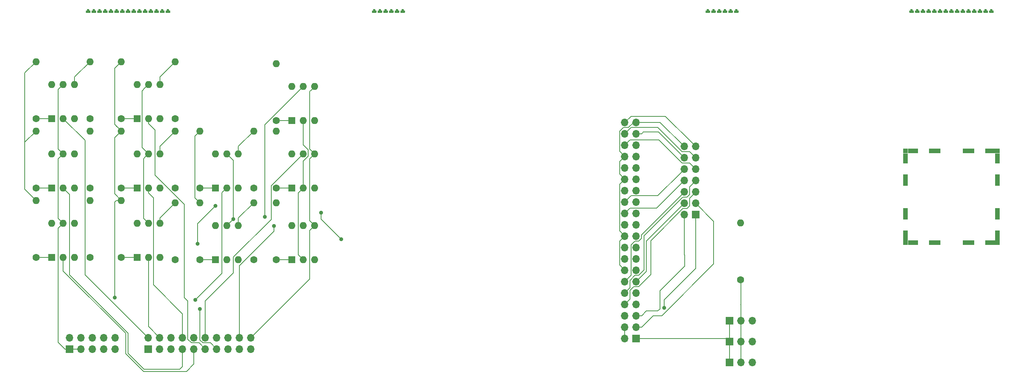
<source format=gbr>
G04 #@! TF.GenerationSoftware,KiCad,Pcbnew,(5.1.4-0-10_14)*
G04 #@! TF.CreationDate,2019-11-23T21:53:27+01:00*
G04 #@! TF.ProjectId,MVMEPI,4d564d45-5049-42e6-9b69-6361645f7063,rev?*
G04 #@! TF.SameCoordinates,Original*
G04 #@! TF.FileFunction,Copper,L1,Top*
G04 #@! TF.FilePolarity,Positive*
%FSLAX46Y46*%
G04 Gerber Fmt 4.6, Leading zero omitted, Abs format (unit mm)*
G04 Created by KiCad (PCBNEW (5.1.4-0-10_14)) date 2019-11-23 21:53:27*
%MOMM*%
%LPD*%
G04 APERTURE LIST*
%ADD10C,0.100000*%
%ADD11C,0.200000*%
%ADD12C,0.600100*%
%ADD13R,1.000000X0.450000*%
%ADD14O,1.700000X1.700000*%
%ADD15R,1.700000X1.700000*%
%ADD16O,1.600000X1.600000*%
%ADD17C,1.600000*%
%ADD18R,2.300000X1.000000*%
%ADD19R,2.600000X1.000000*%
%ADD20R,1.000000X2.300000*%
%ADD21R,1.000000X2.600000*%
%ADD22R,1.000000X1.000000*%
%ADD23R,1.600000X1.600000*%
%ADD24C,0.900000*%
%ADD25C,0.200000*%
G04 APERTURE END LIST*
D10*
G36*
X193439802Y-58700061D02*
G01*
X193449509Y-58701500D01*
X193459028Y-58703885D01*
X193468268Y-58707191D01*
X193477140Y-58711387D01*
X193485557Y-58716432D01*
X193493439Y-58722278D01*
X193500711Y-58728868D01*
X193507301Y-58736140D01*
X193513147Y-58744022D01*
X193518192Y-58752439D01*
X193522388Y-58761311D01*
X193525694Y-58770551D01*
X193528079Y-58780070D01*
X193529518Y-58789777D01*
X193530000Y-58799579D01*
X193530000Y-58799581D01*
X193529518Y-58809383D01*
X193528079Y-58819090D01*
X193525694Y-58828609D01*
X193522388Y-58837849D01*
X193518192Y-58846721D01*
X193513147Y-58855138D01*
X193507301Y-58863020D01*
X193500711Y-58870292D01*
X193493439Y-58876882D01*
X193485557Y-58882728D01*
X193477140Y-58887773D01*
X193468268Y-58891969D01*
X193459028Y-58895275D01*
X193449509Y-58897660D01*
X193439802Y-58899099D01*
X193430000Y-58899581D01*
X192630000Y-58899581D01*
X192620198Y-58899099D01*
X192610491Y-58897660D01*
X192600972Y-58895275D01*
X192591732Y-58891969D01*
X192582860Y-58887773D01*
X192574443Y-58882728D01*
X192566561Y-58876882D01*
X192559289Y-58870292D01*
X192552699Y-58863020D01*
X192546853Y-58855138D01*
X192541808Y-58846721D01*
X192537612Y-58837849D01*
X192534306Y-58828609D01*
X192531921Y-58819090D01*
X192530482Y-58809383D01*
X192530000Y-58799581D01*
X192530000Y-58799579D01*
X192530482Y-58789777D01*
X192531921Y-58780070D01*
X192534306Y-58770551D01*
X192537612Y-58761311D01*
X192541808Y-58752439D01*
X192546853Y-58744022D01*
X192552699Y-58736140D01*
X192559289Y-58728868D01*
X192566561Y-58722278D01*
X192574443Y-58716432D01*
X192582860Y-58711387D01*
X192591732Y-58707191D01*
X192600972Y-58703885D01*
X192610491Y-58701500D01*
X192620198Y-58700061D01*
X192630000Y-58699579D01*
X193430000Y-58699579D01*
X193439802Y-58700061D01*
X193439802Y-58700061D01*
G37*
D11*
X193030000Y-58799580D03*
D10*
G36*
X192169802Y-58700061D02*
G01*
X192179509Y-58701500D01*
X192189028Y-58703885D01*
X192198268Y-58707191D01*
X192207140Y-58711387D01*
X192215557Y-58716432D01*
X192223439Y-58722278D01*
X192230711Y-58728868D01*
X192237301Y-58736140D01*
X192243147Y-58744022D01*
X192248192Y-58752439D01*
X192252388Y-58761311D01*
X192255694Y-58770551D01*
X192258079Y-58780070D01*
X192259518Y-58789777D01*
X192260000Y-58799579D01*
X192260000Y-58799581D01*
X192259518Y-58809383D01*
X192258079Y-58819090D01*
X192255694Y-58828609D01*
X192252388Y-58837849D01*
X192248192Y-58846721D01*
X192243147Y-58855138D01*
X192237301Y-58863020D01*
X192230711Y-58870292D01*
X192223439Y-58876882D01*
X192215557Y-58882728D01*
X192207140Y-58887773D01*
X192198268Y-58891969D01*
X192189028Y-58895275D01*
X192179509Y-58897660D01*
X192169802Y-58899099D01*
X192160000Y-58899581D01*
X191360000Y-58899581D01*
X191350198Y-58899099D01*
X191340491Y-58897660D01*
X191330972Y-58895275D01*
X191321732Y-58891969D01*
X191312860Y-58887773D01*
X191304443Y-58882728D01*
X191296561Y-58876882D01*
X191289289Y-58870292D01*
X191282699Y-58863020D01*
X191276853Y-58855138D01*
X191271808Y-58846721D01*
X191267612Y-58837849D01*
X191264306Y-58828609D01*
X191261921Y-58819090D01*
X191260482Y-58809383D01*
X191260000Y-58799581D01*
X191260000Y-58799579D01*
X191260482Y-58789777D01*
X191261921Y-58780070D01*
X191264306Y-58770551D01*
X191267612Y-58761311D01*
X191271808Y-58752439D01*
X191276853Y-58744022D01*
X191282699Y-58736140D01*
X191289289Y-58728868D01*
X191296561Y-58722278D01*
X191304443Y-58716432D01*
X191312860Y-58711387D01*
X191321732Y-58707191D01*
X191330972Y-58703885D01*
X191340491Y-58701500D01*
X191350198Y-58700061D01*
X191360000Y-58699579D01*
X192160000Y-58699579D01*
X192169802Y-58700061D01*
X192169802Y-58700061D01*
G37*
D11*
X191760000Y-58799580D03*
D10*
G36*
X190899802Y-58700061D02*
G01*
X190909509Y-58701500D01*
X190919028Y-58703885D01*
X190928268Y-58707191D01*
X190937140Y-58711387D01*
X190945557Y-58716432D01*
X190953439Y-58722278D01*
X190960711Y-58728868D01*
X190967301Y-58736140D01*
X190973147Y-58744022D01*
X190978192Y-58752439D01*
X190982388Y-58761311D01*
X190985694Y-58770551D01*
X190988079Y-58780070D01*
X190989518Y-58789777D01*
X190990000Y-58799579D01*
X190990000Y-58799581D01*
X190989518Y-58809383D01*
X190988079Y-58819090D01*
X190985694Y-58828609D01*
X190982388Y-58837849D01*
X190978192Y-58846721D01*
X190973147Y-58855138D01*
X190967301Y-58863020D01*
X190960711Y-58870292D01*
X190953439Y-58876882D01*
X190945557Y-58882728D01*
X190937140Y-58887773D01*
X190928268Y-58891969D01*
X190919028Y-58895275D01*
X190909509Y-58897660D01*
X190899802Y-58899099D01*
X190890000Y-58899581D01*
X190090000Y-58899581D01*
X190080198Y-58899099D01*
X190070491Y-58897660D01*
X190060972Y-58895275D01*
X190051732Y-58891969D01*
X190042860Y-58887773D01*
X190034443Y-58882728D01*
X190026561Y-58876882D01*
X190019289Y-58870292D01*
X190012699Y-58863020D01*
X190006853Y-58855138D01*
X190001808Y-58846721D01*
X189997612Y-58837849D01*
X189994306Y-58828609D01*
X189991921Y-58819090D01*
X189990482Y-58809383D01*
X189990000Y-58799581D01*
X189990000Y-58799579D01*
X189990482Y-58789777D01*
X189991921Y-58780070D01*
X189994306Y-58770551D01*
X189997612Y-58761311D01*
X190001808Y-58752439D01*
X190006853Y-58744022D01*
X190012699Y-58736140D01*
X190019289Y-58728868D01*
X190026561Y-58722278D01*
X190034443Y-58716432D01*
X190042860Y-58711387D01*
X190051732Y-58707191D01*
X190060972Y-58703885D01*
X190070491Y-58701500D01*
X190080198Y-58700061D01*
X190090000Y-58699579D01*
X190890000Y-58699579D01*
X190899802Y-58700061D01*
X190899802Y-58700061D01*
G37*
D11*
X190490000Y-58799580D03*
D10*
G36*
X189629802Y-58700061D02*
G01*
X189639509Y-58701500D01*
X189649028Y-58703885D01*
X189658268Y-58707191D01*
X189667140Y-58711387D01*
X189675557Y-58716432D01*
X189683439Y-58722278D01*
X189690711Y-58728868D01*
X189697301Y-58736140D01*
X189703147Y-58744022D01*
X189708192Y-58752439D01*
X189712388Y-58761311D01*
X189715694Y-58770551D01*
X189718079Y-58780070D01*
X189719518Y-58789777D01*
X189720000Y-58799579D01*
X189720000Y-58799581D01*
X189719518Y-58809383D01*
X189718079Y-58819090D01*
X189715694Y-58828609D01*
X189712388Y-58837849D01*
X189708192Y-58846721D01*
X189703147Y-58855138D01*
X189697301Y-58863020D01*
X189690711Y-58870292D01*
X189683439Y-58876882D01*
X189675557Y-58882728D01*
X189667140Y-58887773D01*
X189658268Y-58891969D01*
X189649028Y-58895275D01*
X189639509Y-58897660D01*
X189629802Y-58899099D01*
X189620000Y-58899581D01*
X188820000Y-58899581D01*
X188810198Y-58899099D01*
X188800491Y-58897660D01*
X188790972Y-58895275D01*
X188781732Y-58891969D01*
X188772860Y-58887773D01*
X188764443Y-58882728D01*
X188756561Y-58876882D01*
X188749289Y-58870292D01*
X188742699Y-58863020D01*
X188736853Y-58855138D01*
X188731808Y-58846721D01*
X188727612Y-58837849D01*
X188724306Y-58828609D01*
X188721921Y-58819090D01*
X188720482Y-58809383D01*
X188720000Y-58799581D01*
X188720000Y-58799579D01*
X188720482Y-58789777D01*
X188721921Y-58780070D01*
X188724306Y-58770551D01*
X188727612Y-58761311D01*
X188731808Y-58752439D01*
X188736853Y-58744022D01*
X188742699Y-58736140D01*
X188749289Y-58728868D01*
X188756561Y-58722278D01*
X188764443Y-58716432D01*
X188772860Y-58711387D01*
X188781732Y-58707191D01*
X188790972Y-58703885D01*
X188800491Y-58701500D01*
X188810198Y-58700061D01*
X188820000Y-58699579D01*
X189620000Y-58699579D01*
X189629802Y-58700061D01*
X189629802Y-58700061D01*
G37*
D11*
X189220000Y-58799580D03*
D10*
G36*
X188359802Y-58700061D02*
G01*
X188369509Y-58701500D01*
X188379028Y-58703885D01*
X188388268Y-58707191D01*
X188397140Y-58711387D01*
X188405557Y-58716432D01*
X188413439Y-58722278D01*
X188420711Y-58728868D01*
X188427301Y-58736140D01*
X188433147Y-58744022D01*
X188438192Y-58752439D01*
X188442388Y-58761311D01*
X188445694Y-58770551D01*
X188448079Y-58780070D01*
X188449518Y-58789777D01*
X188450000Y-58799579D01*
X188450000Y-58799581D01*
X188449518Y-58809383D01*
X188448079Y-58819090D01*
X188445694Y-58828609D01*
X188442388Y-58837849D01*
X188438192Y-58846721D01*
X188433147Y-58855138D01*
X188427301Y-58863020D01*
X188420711Y-58870292D01*
X188413439Y-58876882D01*
X188405557Y-58882728D01*
X188397140Y-58887773D01*
X188388268Y-58891969D01*
X188379028Y-58895275D01*
X188369509Y-58897660D01*
X188359802Y-58899099D01*
X188350000Y-58899581D01*
X187550000Y-58899581D01*
X187540198Y-58899099D01*
X187530491Y-58897660D01*
X187520972Y-58895275D01*
X187511732Y-58891969D01*
X187502860Y-58887773D01*
X187494443Y-58882728D01*
X187486561Y-58876882D01*
X187479289Y-58870292D01*
X187472699Y-58863020D01*
X187466853Y-58855138D01*
X187461808Y-58846721D01*
X187457612Y-58837849D01*
X187454306Y-58828609D01*
X187451921Y-58819090D01*
X187450482Y-58809383D01*
X187450000Y-58799581D01*
X187450000Y-58799579D01*
X187450482Y-58789777D01*
X187451921Y-58780070D01*
X187454306Y-58770551D01*
X187457612Y-58761311D01*
X187461808Y-58752439D01*
X187466853Y-58744022D01*
X187472699Y-58736140D01*
X187479289Y-58728868D01*
X187486561Y-58722278D01*
X187494443Y-58716432D01*
X187502860Y-58711387D01*
X187511732Y-58707191D01*
X187520972Y-58703885D01*
X187530491Y-58701500D01*
X187540198Y-58700061D01*
X187550000Y-58699579D01*
X188350000Y-58699579D01*
X188359802Y-58700061D01*
X188359802Y-58700061D01*
G37*
D11*
X187950000Y-58799580D03*
D10*
G36*
X187089802Y-58700061D02*
G01*
X187099509Y-58701500D01*
X187109028Y-58703885D01*
X187118268Y-58707191D01*
X187127140Y-58711387D01*
X187135557Y-58716432D01*
X187143439Y-58722278D01*
X187150711Y-58728868D01*
X187157301Y-58736140D01*
X187163147Y-58744022D01*
X187168192Y-58752439D01*
X187172388Y-58761311D01*
X187175694Y-58770551D01*
X187178079Y-58780070D01*
X187179518Y-58789777D01*
X187180000Y-58799579D01*
X187180000Y-58799581D01*
X187179518Y-58809383D01*
X187178079Y-58819090D01*
X187175694Y-58828609D01*
X187172388Y-58837849D01*
X187168192Y-58846721D01*
X187163147Y-58855138D01*
X187157301Y-58863020D01*
X187150711Y-58870292D01*
X187143439Y-58876882D01*
X187135557Y-58882728D01*
X187127140Y-58887773D01*
X187118268Y-58891969D01*
X187109028Y-58895275D01*
X187099509Y-58897660D01*
X187089802Y-58899099D01*
X187080000Y-58899581D01*
X186280000Y-58899581D01*
X186270198Y-58899099D01*
X186260491Y-58897660D01*
X186250972Y-58895275D01*
X186241732Y-58891969D01*
X186232860Y-58887773D01*
X186224443Y-58882728D01*
X186216561Y-58876882D01*
X186209289Y-58870292D01*
X186202699Y-58863020D01*
X186196853Y-58855138D01*
X186191808Y-58846721D01*
X186187612Y-58837849D01*
X186184306Y-58828609D01*
X186181921Y-58819090D01*
X186180482Y-58809383D01*
X186180000Y-58799581D01*
X186180000Y-58799579D01*
X186180482Y-58789777D01*
X186181921Y-58780070D01*
X186184306Y-58770551D01*
X186187612Y-58761311D01*
X186191808Y-58752439D01*
X186196853Y-58744022D01*
X186202699Y-58736140D01*
X186209289Y-58728868D01*
X186216561Y-58722278D01*
X186224443Y-58716432D01*
X186232860Y-58711387D01*
X186241732Y-58707191D01*
X186250972Y-58703885D01*
X186260491Y-58701500D01*
X186270198Y-58700061D01*
X186280000Y-58699579D01*
X187080000Y-58699579D01*
X187089802Y-58700061D01*
X187089802Y-58700061D01*
G37*
D11*
X186680000Y-58799580D03*
D12*
X193030000Y-58350000D03*
D13*
X193030000Y-58575000D03*
D12*
X191760000Y-58350000D03*
D13*
X191760000Y-58575000D03*
D12*
X190490000Y-58350000D03*
D13*
X190490000Y-58575000D03*
D12*
X189220000Y-58350000D03*
D13*
X189220000Y-58575000D03*
D12*
X187950000Y-58350000D03*
D13*
X187950000Y-58575000D03*
D12*
X186680000Y-58350000D03*
D13*
X186680000Y-58575000D03*
D10*
G36*
X119099802Y-58700061D02*
G01*
X119109509Y-58701500D01*
X119119028Y-58703885D01*
X119128268Y-58707191D01*
X119137140Y-58711387D01*
X119145557Y-58716432D01*
X119153439Y-58722278D01*
X119160711Y-58728868D01*
X119167301Y-58736140D01*
X119173147Y-58744022D01*
X119178192Y-58752439D01*
X119182388Y-58761311D01*
X119185694Y-58770551D01*
X119188079Y-58780070D01*
X119189518Y-58789777D01*
X119190000Y-58799579D01*
X119190000Y-58799581D01*
X119189518Y-58809383D01*
X119188079Y-58819090D01*
X119185694Y-58828609D01*
X119182388Y-58837849D01*
X119178192Y-58846721D01*
X119173147Y-58855138D01*
X119167301Y-58863020D01*
X119160711Y-58870292D01*
X119153439Y-58876882D01*
X119145557Y-58882728D01*
X119137140Y-58887773D01*
X119128268Y-58891969D01*
X119119028Y-58895275D01*
X119109509Y-58897660D01*
X119099802Y-58899099D01*
X119090000Y-58899581D01*
X118290000Y-58899581D01*
X118280198Y-58899099D01*
X118270491Y-58897660D01*
X118260972Y-58895275D01*
X118251732Y-58891969D01*
X118242860Y-58887773D01*
X118234443Y-58882728D01*
X118226561Y-58876882D01*
X118219289Y-58870292D01*
X118212699Y-58863020D01*
X118206853Y-58855138D01*
X118201808Y-58846721D01*
X118197612Y-58837849D01*
X118194306Y-58828609D01*
X118191921Y-58819090D01*
X118190482Y-58809383D01*
X118190000Y-58799581D01*
X118190000Y-58799579D01*
X118190482Y-58789777D01*
X118191921Y-58780070D01*
X118194306Y-58770551D01*
X118197612Y-58761311D01*
X118201808Y-58752439D01*
X118206853Y-58744022D01*
X118212699Y-58736140D01*
X118219289Y-58728868D01*
X118226561Y-58722278D01*
X118234443Y-58716432D01*
X118242860Y-58711387D01*
X118251732Y-58707191D01*
X118260972Y-58703885D01*
X118270491Y-58701500D01*
X118280198Y-58700061D01*
X118290000Y-58699579D01*
X119090000Y-58699579D01*
X119099802Y-58700061D01*
X119099802Y-58700061D01*
G37*
D11*
X118690000Y-58799580D03*
D10*
G36*
X117829802Y-58700061D02*
G01*
X117839509Y-58701500D01*
X117849028Y-58703885D01*
X117858268Y-58707191D01*
X117867140Y-58711387D01*
X117875557Y-58716432D01*
X117883439Y-58722278D01*
X117890711Y-58728868D01*
X117897301Y-58736140D01*
X117903147Y-58744022D01*
X117908192Y-58752439D01*
X117912388Y-58761311D01*
X117915694Y-58770551D01*
X117918079Y-58780070D01*
X117919518Y-58789777D01*
X117920000Y-58799579D01*
X117920000Y-58799581D01*
X117919518Y-58809383D01*
X117918079Y-58819090D01*
X117915694Y-58828609D01*
X117912388Y-58837849D01*
X117908192Y-58846721D01*
X117903147Y-58855138D01*
X117897301Y-58863020D01*
X117890711Y-58870292D01*
X117883439Y-58876882D01*
X117875557Y-58882728D01*
X117867140Y-58887773D01*
X117858268Y-58891969D01*
X117849028Y-58895275D01*
X117839509Y-58897660D01*
X117829802Y-58899099D01*
X117820000Y-58899581D01*
X117020000Y-58899581D01*
X117010198Y-58899099D01*
X117000491Y-58897660D01*
X116990972Y-58895275D01*
X116981732Y-58891969D01*
X116972860Y-58887773D01*
X116964443Y-58882728D01*
X116956561Y-58876882D01*
X116949289Y-58870292D01*
X116942699Y-58863020D01*
X116936853Y-58855138D01*
X116931808Y-58846721D01*
X116927612Y-58837849D01*
X116924306Y-58828609D01*
X116921921Y-58819090D01*
X116920482Y-58809383D01*
X116920000Y-58799581D01*
X116920000Y-58799579D01*
X116920482Y-58789777D01*
X116921921Y-58780070D01*
X116924306Y-58770551D01*
X116927612Y-58761311D01*
X116931808Y-58752439D01*
X116936853Y-58744022D01*
X116942699Y-58736140D01*
X116949289Y-58728868D01*
X116956561Y-58722278D01*
X116964443Y-58716432D01*
X116972860Y-58711387D01*
X116981732Y-58707191D01*
X116990972Y-58703885D01*
X117000491Y-58701500D01*
X117010198Y-58700061D01*
X117020000Y-58699579D01*
X117820000Y-58699579D01*
X117829802Y-58700061D01*
X117829802Y-58700061D01*
G37*
D11*
X117420000Y-58799580D03*
D10*
G36*
X116559802Y-58700061D02*
G01*
X116569509Y-58701500D01*
X116579028Y-58703885D01*
X116588268Y-58707191D01*
X116597140Y-58711387D01*
X116605557Y-58716432D01*
X116613439Y-58722278D01*
X116620711Y-58728868D01*
X116627301Y-58736140D01*
X116633147Y-58744022D01*
X116638192Y-58752439D01*
X116642388Y-58761311D01*
X116645694Y-58770551D01*
X116648079Y-58780070D01*
X116649518Y-58789777D01*
X116650000Y-58799579D01*
X116650000Y-58799581D01*
X116649518Y-58809383D01*
X116648079Y-58819090D01*
X116645694Y-58828609D01*
X116642388Y-58837849D01*
X116638192Y-58846721D01*
X116633147Y-58855138D01*
X116627301Y-58863020D01*
X116620711Y-58870292D01*
X116613439Y-58876882D01*
X116605557Y-58882728D01*
X116597140Y-58887773D01*
X116588268Y-58891969D01*
X116579028Y-58895275D01*
X116569509Y-58897660D01*
X116559802Y-58899099D01*
X116550000Y-58899581D01*
X115750000Y-58899581D01*
X115740198Y-58899099D01*
X115730491Y-58897660D01*
X115720972Y-58895275D01*
X115711732Y-58891969D01*
X115702860Y-58887773D01*
X115694443Y-58882728D01*
X115686561Y-58876882D01*
X115679289Y-58870292D01*
X115672699Y-58863020D01*
X115666853Y-58855138D01*
X115661808Y-58846721D01*
X115657612Y-58837849D01*
X115654306Y-58828609D01*
X115651921Y-58819090D01*
X115650482Y-58809383D01*
X115650000Y-58799581D01*
X115650000Y-58799579D01*
X115650482Y-58789777D01*
X115651921Y-58780070D01*
X115654306Y-58770551D01*
X115657612Y-58761311D01*
X115661808Y-58752439D01*
X115666853Y-58744022D01*
X115672699Y-58736140D01*
X115679289Y-58728868D01*
X115686561Y-58722278D01*
X115694443Y-58716432D01*
X115702860Y-58711387D01*
X115711732Y-58707191D01*
X115720972Y-58703885D01*
X115730491Y-58701500D01*
X115740198Y-58700061D01*
X115750000Y-58699579D01*
X116550000Y-58699579D01*
X116559802Y-58700061D01*
X116559802Y-58700061D01*
G37*
D11*
X116150000Y-58799580D03*
D10*
G36*
X115289802Y-58700061D02*
G01*
X115299509Y-58701500D01*
X115309028Y-58703885D01*
X115318268Y-58707191D01*
X115327140Y-58711387D01*
X115335557Y-58716432D01*
X115343439Y-58722278D01*
X115350711Y-58728868D01*
X115357301Y-58736140D01*
X115363147Y-58744022D01*
X115368192Y-58752439D01*
X115372388Y-58761311D01*
X115375694Y-58770551D01*
X115378079Y-58780070D01*
X115379518Y-58789777D01*
X115380000Y-58799579D01*
X115380000Y-58799581D01*
X115379518Y-58809383D01*
X115378079Y-58819090D01*
X115375694Y-58828609D01*
X115372388Y-58837849D01*
X115368192Y-58846721D01*
X115363147Y-58855138D01*
X115357301Y-58863020D01*
X115350711Y-58870292D01*
X115343439Y-58876882D01*
X115335557Y-58882728D01*
X115327140Y-58887773D01*
X115318268Y-58891969D01*
X115309028Y-58895275D01*
X115299509Y-58897660D01*
X115289802Y-58899099D01*
X115280000Y-58899581D01*
X114480000Y-58899581D01*
X114470198Y-58899099D01*
X114460491Y-58897660D01*
X114450972Y-58895275D01*
X114441732Y-58891969D01*
X114432860Y-58887773D01*
X114424443Y-58882728D01*
X114416561Y-58876882D01*
X114409289Y-58870292D01*
X114402699Y-58863020D01*
X114396853Y-58855138D01*
X114391808Y-58846721D01*
X114387612Y-58837849D01*
X114384306Y-58828609D01*
X114381921Y-58819090D01*
X114380482Y-58809383D01*
X114380000Y-58799581D01*
X114380000Y-58799579D01*
X114380482Y-58789777D01*
X114381921Y-58780070D01*
X114384306Y-58770551D01*
X114387612Y-58761311D01*
X114391808Y-58752439D01*
X114396853Y-58744022D01*
X114402699Y-58736140D01*
X114409289Y-58728868D01*
X114416561Y-58722278D01*
X114424443Y-58716432D01*
X114432860Y-58711387D01*
X114441732Y-58707191D01*
X114450972Y-58703885D01*
X114460491Y-58701500D01*
X114470198Y-58700061D01*
X114480000Y-58699579D01*
X115280000Y-58699579D01*
X115289802Y-58700061D01*
X115289802Y-58700061D01*
G37*
D11*
X114880000Y-58799580D03*
D10*
G36*
X114019802Y-58700061D02*
G01*
X114029509Y-58701500D01*
X114039028Y-58703885D01*
X114048268Y-58707191D01*
X114057140Y-58711387D01*
X114065557Y-58716432D01*
X114073439Y-58722278D01*
X114080711Y-58728868D01*
X114087301Y-58736140D01*
X114093147Y-58744022D01*
X114098192Y-58752439D01*
X114102388Y-58761311D01*
X114105694Y-58770551D01*
X114108079Y-58780070D01*
X114109518Y-58789777D01*
X114110000Y-58799579D01*
X114110000Y-58799581D01*
X114109518Y-58809383D01*
X114108079Y-58819090D01*
X114105694Y-58828609D01*
X114102388Y-58837849D01*
X114098192Y-58846721D01*
X114093147Y-58855138D01*
X114087301Y-58863020D01*
X114080711Y-58870292D01*
X114073439Y-58876882D01*
X114065557Y-58882728D01*
X114057140Y-58887773D01*
X114048268Y-58891969D01*
X114039028Y-58895275D01*
X114029509Y-58897660D01*
X114019802Y-58899099D01*
X114010000Y-58899581D01*
X113210000Y-58899581D01*
X113200198Y-58899099D01*
X113190491Y-58897660D01*
X113180972Y-58895275D01*
X113171732Y-58891969D01*
X113162860Y-58887773D01*
X113154443Y-58882728D01*
X113146561Y-58876882D01*
X113139289Y-58870292D01*
X113132699Y-58863020D01*
X113126853Y-58855138D01*
X113121808Y-58846721D01*
X113117612Y-58837849D01*
X113114306Y-58828609D01*
X113111921Y-58819090D01*
X113110482Y-58809383D01*
X113110000Y-58799581D01*
X113110000Y-58799579D01*
X113110482Y-58789777D01*
X113111921Y-58780070D01*
X113114306Y-58770551D01*
X113117612Y-58761311D01*
X113121808Y-58752439D01*
X113126853Y-58744022D01*
X113132699Y-58736140D01*
X113139289Y-58728868D01*
X113146561Y-58722278D01*
X113154443Y-58716432D01*
X113162860Y-58711387D01*
X113171732Y-58707191D01*
X113180972Y-58703885D01*
X113190491Y-58701500D01*
X113200198Y-58700061D01*
X113210000Y-58699579D01*
X114010000Y-58699579D01*
X114019802Y-58700061D01*
X114019802Y-58700061D01*
G37*
D11*
X113610000Y-58799580D03*
D10*
G36*
X112749802Y-58700061D02*
G01*
X112759509Y-58701500D01*
X112769028Y-58703885D01*
X112778268Y-58707191D01*
X112787140Y-58711387D01*
X112795557Y-58716432D01*
X112803439Y-58722278D01*
X112810711Y-58728868D01*
X112817301Y-58736140D01*
X112823147Y-58744022D01*
X112828192Y-58752439D01*
X112832388Y-58761311D01*
X112835694Y-58770551D01*
X112838079Y-58780070D01*
X112839518Y-58789777D01*
X112840000Y-58799579D01*
X112840000Y-58799581D01*
X112839518Y-58809383D01*
X112838079Y-58819090D01*
X112835694Y-58828609D01*
X112832388Y-58837849D01*
X112828192Y-58846721D01*
X112823147Y-58855138D01*
X112817301Y-58863020D01*
X112810711Y-58870292D01*
X112803439Y-58876882D01*
X112795557Y-58882728D01*
X112787140Y-58887773D01*
X112778268Y-58891969D01*
X112769028Y-58895275D01*
X112759509Y-58897660D01*
X112749802Y-58899099D01*
X112740000Y-58899581D01*
X111940000Y-58899581D01*
X111930198Y-58899099D01*
X111920491Y-58897660D01*
X111910972Y-58895275D01*
X111901732Y-58891969D01*
X111892860Y-58887773D01*
X111884443Y-58882728D01*
X111876561Y-58876882D01*
X111869289Y-58870292D01*
X111862699Y-58863020D01*
X111856853Y-58855138D01*
X111851808Y-58846721D01*
X111847612Y-58837849D01*
X111844306Y-58828609D01*
X111841921Y-58819090D01*
X111840482Y-58809383D01*
X111840000Y-58799581D01*
X111840000Y-58799579D01*
X111840482Y-58789777D01*
X111841921Y-58780070D01*
X111844306Y-58770551D01*
X111847612Y-58761311D01*
X111851808Y-58752439D01*
X111856853Y-58744022D01*
X111862699Y-58736140D01*
X111869289Y-58728868D01*
X111876561Y-58722278D01*
X111884443Y-58716432D01*
X111892860Y-58711387D01*
X111901732Y-58707191D01*
X111910972Y-58703885D01*
X111920491Y-58701500D01*
X111930198Y-58700061D01*
X111940000Y-58699579D01*
X112740000Y-58699579D01*
X112749802Y-58700061D01*
X112749802Y-58700061D01*
G37*
D11*
X112340000Y-58799580D03*
D12*
X118690000Y-58350000D03*
D13*
X118690000Y-58575000D03*
D12*
X117420000Y-58350000D03*
D13*
X117420000Y-58575000D03*
D12*
X116150000Y-58350000D03*
D13*
X116150000Y-58575000D03*
D12*
X114880000Y-58350000D03*
D13*
X114880000Y-58575000D03*
D12*
X113610000Y-58350000D03*
D13*
X113610000Y-58575000D03*
D12*
X112340000Y-58350000D03*
D13*
X112340000Y-58575000D03*
D10*
G36*
X250299802Y-58700061D02*
G01*
X250309509Y-58701500D01*
X250319028Y-58703885D01*
X250328268Y-58707191D01*
X250337140Y-58711387D01*
X250345557Y-58716432D01*
X250353439Y-58722278D01*
X250360711Y-58728868D01*
X250367301Y-58736140D01*
X250373147Y-58744022D01*
X250378192Y-58752439D01*
X250382388Y-58761311D01*
X250385694Y-58770551D01*
X250388079Y-58780070D01*
X250389518Y-58789777D01*
X250390000Y-58799579D01*
X250390000Y-58799581D01*
X250389518Y-58809383D01*
X250388079Y-58819090D01*
X250385694Y-58828609D01*
X250382388Y-58837849D01*
X250378192Y-58846721D01*
X250373147Y-58855138D01*
X250367301Y-58863020D01*
X250360711Y-58870292D01*
X250353439Y-58876882D01*
X250345557Y-58882728D01*
X250337140Y-58887773D01*
X250328268Y-58891969D01*
X250319028Y-58895275D01*
X250309509Y-58897660D01*
X250299802Y-58899099D01*
X250290000Y-58899581D01*
X249490000Y-58899581D01*
X249480198Y-58899099D01*
X249470491Y-58897660D01*
X249460972Y-58895275D01*
X249451732Y-58891969D01*
X249442860Y-58887773D01*
X249434443Y-58882728D01*
X249426561Y-58876882D01*
X249419289Y-58870292D01*
X249412699Y-58863020D01*
X249406853Y-58855138D01*
X249401808Y-58846721D01*
X249397612Y-58837849D01*
X249394306Y-58828609D01*
X249391921Y-58819090D01*
X249390482Y-58809383D01*
X249390000Y-58799581D01*
X249390000Y-58799579D01*
X249390482Y-58789777D01*
X249391921Y-58780070D01*
X249394306Y-58770551D01*
X249397612Y-58761311D01*
X249401808Y-58752439D01*
X249406853Y-58744022D01*
X249412699Y-58736140D01*
X249419289Y-58728868D01*
X249426561Y-58722278D01*
X249434443Y-58716432D01*
X249442860Y-58711387D01*
X249451732Y-58707191D01*
X249460972Y-58703885D01*
X249470491Y-58701500D01*
X249480198Y-58700061D01*
X249490000Y-58699579D01*
X250290000Y-58699579D01*
X250299802Y-58700061D01*
X250299802Y-58700061D01*
G37*
D11*
X249890000Y-58799580D03*
D10*
G36*
X249029802Y-58700061D02*
G01*
X249039509Y-58701500D01*
X249049028Y-58703885D01*
X249058268Y-58707191D01*
X249067140Y-58711387D01*
X249075557Y-58716432D01*
X249083439Y-58722278D01*
X249090711Y-58728868D01*
X249097301Y-58736140D01*
X249103147Y-58744022D01*
X249108192Y-58752439D01*
X249112388Y-58761311D01*
X249115694Y-58770551D01*
X249118079Y-58780070D01*
X249119518Y-58789777D01*
X249120000Y-58799579D01*
X249120000Y-58799581D01*
X249119518Y-58809383D01*
X249118079Y-58819090D01*
X249115694Y-58828609D01*
X249112388Y-58837849D01*
X249108192Y-58846721D01*
X249103147Y-58855138D01*
X249097301Y-58863020D01*
X249090711Y-58870292D01*
X249083439Y-58876882D01*
X249075557Y-58882728D01*
X249067140Y-58887773D01*
X249058268Y-58891969D01*
X249049028Y-58895275D01*
X249039509Y-58897660D01*
X249029802Y-58899099D01*
X249020000Y-58899581D01*
X248220000Y-58899581D01*
X248210198Y-58899099D01*
X248200491Y-58897660D01*
X248190972Y-58895275D01*
X248181732Y-58891969D01*
X248172860Y-58887773D01*
X248164443Y-58882728D01*
X248156561Y-58876882D01*
X248149289Y-58870292D01*
X248142699Y-58863020D01*
X248136853Y-58855138D01*
X248131808Y-58846721D01*
X248127612Y-58837849D01*
X248124306Y-58828609D01*
X248121921Y-58819090D01*
X248120482Y-58809383D01*
X248120000Y-58799581D01*
X248120000Y-58799579D01*
X248120482Y-58789777D01*
X248121921Y-58780070D01*
X248124306Y-58770551D01*
X248127612Y-58761311D01*
X248131808Y-58752439D01*
X248136853Y-58744022D01*
X248142699Y-58736140D01*
X248149289Y-58728868D01*
X248156561Y-58722278D01*
X248164443Y-58716432D01*
X248172860Y-58711387D01*
X248181732Y-58707191D01*
X248190972Y-58703885D01*
X248200491Y-58701500D01*
X248210198Y-58700061D01*
X248220000Y-58699579D01*
X249020000Y-58699579D01*
X249029802Y-58700061D01*
X249029802Y-58700061D01*
G37*
D11*
X248620000Y-58799580D03*
D10*
G36*
X247759802Y-58700061D02*
G01*
X247769509Y-58701500D01*
X247779028Y-58703885D01*
X247788268Y-58707191D01*
X247797140Y-58711387D01*
X247805557Y-58716432D01*
X247813439Y-58722278D01*
X247820711Y-58728868D01*
X247827301Y-58736140D01*
X247833147Y-58744022D01*
X247838192Y-58752439D01*
X247842388Y-58761311D01*
X247845694Y-58770551D01*
X247848079Y-58780070D01*
X247849518Y-58789777D01*
X247850000Y-58799579D01*
X247850000Y-58799581D01*
X247849518Y-58809383D01*
X247848079Y-58819090D01*
X247845694Y-58828609D01*
X247842388Y-58837849D01*
X247838192Y-58846721D01*
X247833147Y-58855138D01*
X247827301Y-58863020D01*
X247820711Y-58870292D01*
X247813439Y-58876882D01*
X247805557Y-58882728D01*
X247797140Y-58887773D01*
X247788268Y-58891969D01*
X247779028Y-58895275D01*
X247769509Y-58897660D01*
X247759802Y-58899099D01*
X247750000Y-58899581D01*
X246950000Y-58899581D01*
X246940198Y-58899099D01*
X246930491Y-58897660D01*
X246920972Y-58895275D01*
X246911732Y-58891969D01*
X246902860Y-58887773D01*
X246894443Y-58882728D01*
X246886561Y-58876882D01*
X246879289Y-58870292D01*
X246872699Y-58863020D01*
X246866853Y-58855138D01*
X246861808Y-58846721D01*
X246857612Y-58837849D01*
X246854306Y-58828609D01*
X246851921Y-58819090D01*
X246850482Y-58809383D01*
X246850000Y-58799581D01*
X246850000Y-58799579D01*
X246850482Y-58789777D01*
X246851921Y-58780070D01*
X246854306Y-58770551D01*
X246857612Y-58761311D01*
X246861808Y-58752439D01*
X246866853Y-58744022D01*
X246872699Y-58736140D01*
X246879289Y-58728868D01*
X246886561Y-58722278D01*
X246894443Y-58716432D01*
X246902860Y-58711387D01*
X246911732Y-58707191D01*
X246920972Y-58703885D01*
X246930491Y-58701500D01*
X246940198Y-58700061D01*
X246950000Y-58699579D01*
X247750000Y-58699579D01*
X247759802Y-58700061D01*
X247759802Y-58700061D01*
G37*
D11*
X247350000Y-58799580D03*
D10*
G36*
X246489802Y-58700061D02*
G01*
X246499509Y-58701500D01*
X246509028Y-58703885D01*
X246518268Y-58707191D01*
X246527140Y-58711387D01*
X246535557Y-58716432D01*
X246543439Y-58722278D01*
X246550711Y-58728868D01*
X246557301Y-58736140D01*
X246563147Y-58744022D01*
X246568192Y-58752439D01*
X246572388Y-58761311D01*
X246575694Y-58770551D01*
X246578079Y-58780070D01*
X246579518Y-58789777D01*
X246580000Y-58799579D01*
X246580000Y-58799581D01*
X246579518Y-58809383D01*
X246578079Y-58819090D01*
X246575694Y-58828609D01*
X246572388Y-58837849D01*
X246568192Y-58846721D01*
X246563147Y-58855138D01*
X246557301Y-58863020D01*
X246550711Y-58870292D01*
X246543439Y-58876882D01*
X246535557Y-58882728D01*
X246527140Y-58887773D01*
X246518268Y-58891969D01*
X246509028Y-58895275D01*
X246499509Y-58897660D01*
X246489802Y-58899099D01*
X246480000Y-58899581D01*
X245680000Y-58899581D01*
X245670198Y-58899099D01*
X245660491Y-58897660D01*
X245650972Y-58895275D01*
X245641732Y-58891969D01*
X245632860Y-58887773D01*
X245624443Y-58882728D01*
X245616561Y-58876882D01*
X245609289Y-58870292D01*
X245602699Y-58863020D01*
X245596853Y-58855138D01*
X245591808Y-58846721D01*
X245587612Y-58837849D01*
X245584306Y-58828609D01*
X245581921Y-58819090D01*
X245580482Y-58809383D01*
X245580000Y-58799581D01*
X245580000Y-58799579D01*
X245580482Y-58789777D01*
X245581921Y-58780070D01*
X245584306Y-58770551D01*
X245587612Y-58761311D01*
X245591808Y-58752439D01*
X245596853Y-58744022D01*
X245602699Y-58736140D01*
X245609289Y-58728868D01*
X245616561Y-58722278D01*
X245624443Y-58716432D01*
X245632860Y-58711387D01*
X245641732Y-58707191D01*
X245650972Y-58703885D01*
X245660491Y-58701500D01*
X245670198Y-58700061D01*
X245680000Y-58699579D01*
X246480000Y-58699579D01*
X246489802Y-58700061D01*
X246489802Y-58700061D01*
G37*
D11*
X246080000Y-58799580D03*
D10*
G36*
X245219802Y-58700061D02*
G01*
X245229509Y-58701500D01*
X245239028Y-58703885D01*
X245248268Y-58707191D01*
X245257140Y-58711387D01*
X245265557Y-58716432D01*
X245273439Y-58722278D01*
X245280711Y-58728868D01*
X245287301Y-58736140D01*
X245293147Y-58744022D01*
X245298192Y-58752439D01*
X245302388Y-58761311D01*
X245305694Y-58770551D01*
X245308079Y-58780070D01*
X245309518Y-58789777D01*
X245310000Y-58799579D01*
X245310000Y-58799581D01*
X245309518Y-58809383D01*
X245308079Y-58819090D01*
X245305694Y-58828609D01*
X245302388Y-58837849D01*
X245298192Y-58846721D01*
X245293147Y-58855138D01*
X245287301Y-58863020D01*
X245280711Y-58870292D01*
X245273439Y-58876882D01*
X245265557Y-58882728D01*
X245257140Y-58887773D01*
X245248268Y-58891969D01*
X245239028Y-58895275D01*
X245229509Y-58897660D01*
X245219802Y-58899099D01*
X245210000Y-58899581D01*
X244410000Y-58899581D01*
X244400198Y-58899099D01*
X244390491Y-58897660D01*
X244380972Y-58895275D01*
X244371732Y-58891969D01*
X244362860Y-58887773D01*
X244354443Y-58882728D01*
X244346561Y-58876882D01*
X244339289Y-58870292D01*
X244332699Y-58863020D01*
X244326853Y-58855138D01*
X244321808Y-58846721D01*
X244317612Y-58837849D01*
X244314306Y-58828609D01*
X244311921Y-58819090D01*
X244310482Y-58809383D01*
X244310000Y-58799581D01*
X244310000Y-58799579D01*
X244310482Y-58789777D01*
X244311921Y-58780070D01*
X244314306Y-58770551D01*
X244317612Y-58761311D01*
X244321808Y-58752439D01*
X244326853Y-58744022D01*
X244332699Y-58736140D01*
X244339289Y-58728868D01*
X244346561Y-58722278D01*
X244354443Y-58716432D01*
X244362860Y-58711387D01*
X244371732Y-58707191D01*
X244380972Y-58703885D01*
X244390491Y-58701500D01*
X244400198Y-58700061D01*
X244410000Y-58699579D01*
X245210000Y-58699579D01*
X245219802Y-58700061D01*
X245219802Y-58700061D01*
G37*
D11*
X244810000Y-58799580D03*
D10*
G36*
X243949802Y-58700061D02*
G01*
X243959509Y-58701500D01*
X243969028Y-58703885D01*
X243978268Y-58707191D01*
X243987140Y-58711387D01*
X243995557Y-58716432D01*
X244003439Y-58722278D01*
X244010711Y-58728868D01*
X244017301Y-58736140D01*
X244023147Y-58744022D01*
X244028192Y-58752439D01*
X244032388Y-58761311D01*
X244035694Y-58770551D01*
X244038079Y-58780070D01*
X244039518Y-58789777D01*
X244040000Y-58799579D01*
X244040000Y-58799581D01*
X244039518Y-58809383D01*
X244038079Y-58819090D01*
X244035694Y-58828609D01*
X244032388Y-58837849D01*
X244028192Y-58846721D01*
X244023147Y-58855138D01*
X244017301Y-58863020D01*
X244010711Y-58870292D01*
X244003439Y-58876882D01*
X243995557Y-58882728D01*
X243987140Y-58887773D01*
X243978268Y-58891969D01*
X243969028Y-58895275D01*
X243959509Y-58897660D01*
X243949802Y-58899099D01*
X243940000Y-58899581D01*
X243140000Y-58899581D01*
X243130198Y-58899099D01*
X243120491Y-58897660D01*
X243110972Y-58895275D01*
X243101732Y-58891969D01*
X243092860Y-58887773D01*
X243084443Y-58882728D01*
X243076561Y-58876882D01*
X243069289Y-58870292D01*
X243062699Y-58863020D01*
X243056853Y-58855138D01*
X243051808Y-58846721D01*
X243047612Y-58837849D01*
X243044306Y-58828609D01*
X243041921Y-58819090D01*
X243040482Y-58809383D01*
X243040000Y-58799581D01*
X243040000Y-58799579D01*
X243040482Y-58789777D01*
X243041921Y-58780070D01*
X243044306Y-58770551D01*
X243047612Y-58761311D01*
X243051808Y-58752439D01*
X243056853Y-58744022D01*
X243062699Y-58736140D01*
X243069289Y-58728868D01*
X243076561Y-58722278D01*
X243084443Y-58716432D01*
X243092860Y-58711387D01*
X243101732Y-58707191D01*
X243110972Y-58703885D01*
X243120491Y-58701500D01*
X243130198Y-58700061D01*
X243140000Y-58699579D01*
X243940000Y-58699579D01*
X243949802Y-58700061D01*
X243949802Y-58700061D01*
G37*
D11*
X243540000Y-58799580D03*
D10*
G36*
X242679802Y-58700061D02*
G01*
X242689509Y-58701500D01*
X242699028Y-58703885D01*
X242708268Y-58707191D01*
X242717140Y-58711387D01*
X242725557Y-58716432D01*
X242733439Y-58722278D01*
X242740711Y-58728868D01*
X242747301Y-58736140D01*
X242753147Y-58744022D01*
X242758192Y-58752439D01*
X242762388Y-58761311D01*
X242765694Y-58770551D01*
X242768079Y-58780070D01*
X242769518Y-58789777D01*
X242770000Y-58799579D01*
X242770000Y-58799581D01*
X242769518Y-58809383D01*
X242768079Y-58819090D01*
X242765694Y-58828609D01*
X242762388Y-58837849D01*
X242758192Y-58846721D01*
X242753147Y-58855138D01*
X242747301Y-58863020D01*
X242740711Y-58870292D01*
X242733439Y-58876882D01*
X242725557Y-58882728D01*
X242717140Y-58887773D01*
X242708268Y-58891969D01*
X242699028Y-58895275D01*
X242689509Y-58897660D01*
X242679802Y-58899099D01*
X242670000Y-58899581D01*
X241870000Y-58899581D01*
X241860198Y-58899099D01*
X241850491Y-58897660D01*
X241840972Y-58895275D01*
X241831732Y-58891969D01*
X241822860Y-58887773D01*
X241814443Y-58882728D01*
X241806561Y-58876882D01*
X241799289Y-58870292D01*
X241792699Y-58863020D01*
X241786853Y-58855138D01*
X241781808Y-58846721D01*
X241777612Y-58837849D01*
X241774306Y-58828609D01*
X241771921Y-58819090D01*
X241770482Y-58809383D01*
X241770000Y-58799581D01*
X241770000Y-58799579D01*
X241770482Y-58789777D01*
X241771921Y-58780070D01*
X241774306Y-58770551D01*
X241777612Y-58761311D01*
X241781808Y-58752439D01*
X241786853Y-58744022D01*
X241792699Y-58736140D01*
X241799289Y-58728868D01*
X241806561Y-58722278D01*
X241814443Y-58716432D01*
X241822860Y-58711387D01*
X241831732Y-58707191D01*
X241840972Y-58703885D01*
X241850491Y-58701500D01*
X241860198Y-58700061D01*
X241870000Y-58699579D01*
X242670000Y-58699579D01*
X242679802Y-58700061D01*
X242679802Y-58700061D01*
G37*
D11*
X242270000Y-58799580D03*
D10*
G36*
X241409802Y-58700061D02*
G01*
X241419509Y-58701500D01*
X241429028Y-58703885D01*
X241438268Y-58707191D01*
X241447140Y-58711387D01*
X241455557Y-58716432D01*
X241463439Y-58722278D01*
X241470711Y-58728868D01*
X241477301Y-58736140D01*
X241483147Y-58744022D01*
X241488192Y-58752439D01*
X241492388Y-58761311D01*
X241495694Y-58770551D01*
X241498079Y-58780070D01*
X241499518Y-58789777D01*
X241500000Y-58799579D01*
X241500000Y-58799581D01*
X241499518Y-58809383D01*
X241498079Y-58819090D01*
X241495694Y-58828609D01*
X241492388Y-58837849D01*
X241488192Y-58846721D01*
X241483147Y-58855138D01*
X241477301Y-58863020D01*
X241470711Y-58870292D01*
X241463439Y-58876882D01*
X241455557Y-58882728D01*
X241447140Y-58887773D01*
X241438268Y-58891969D01*
X241429028Y-58895275D01*
X241419509Y-58897660D01*
X241409802Y-58899099D01*
X241400000Y-58899581D01*
X240600000Y-58899581D01*
X240590198Y-58899099D01*
X240580491Y-58897660D01*
X240570972Y-58895275D01*
X240561732Y-58891969D01*
X240552860Y-58887773D01*
X240544443Y-58882728D01*
X240536561Y-58876882D01*
X240529289Y-58870292D01*
X240522699Y-58863020D01*
X240516853Y-58855138D01*
X240511808Y-58846721D01*
X240507612Y-58837849D01*
X240504306Y-58828609D01*
X240501921Y-58819090D01*
X240500482Y-58809383D01*
X240500000Y-58799581D01*
X240500000Y-58799579D01*
X240500482Y-58789777D01*
X240501921Y-58780070D01*
X240504306Y-58770551D01*
X240507612Y-58761311D01*
X240511808Y-58752439D01*
X240516853Y-58744022D01*
X240522699Y-58736140D01*
X240529289Y-58728868D01*
X240536561Y-58722278D01*
X240544443Y-58716432D01*
X240552860Y-58711387D01*
X240561732Y-58707191D01*
X240570972Y-58703885D01*
X240580491Y-58701500D01*
X240590198Y-58700061D01*
X240600000Y-58699579D01*
X241400000Y-58699579D01*
X241409802Y-58700061D01*
X241409802Y-58700061D01*
G37*
D11*
X241000000Y-58799580D03*
D10*
G36*
X240139802Y-58700061D02*
G01*
X240149509Y-58701500D01*
X240159028Y-58703885D01*
X240168268Y-58707191D01*
X240177140Y-58711387D01*
X240185557Y-58716432D01*
X240193439Y-58722278D01*
X240200711Y-58728868D01*
X240207301Y-58736140D01*
X240213147Y-58744022D01*
X240218192Y-58752439D01*
X240222388Y-58761311D01*
X240225694Y-58770551D01*
X240228079Y-58780070D01*
X240229518Y-58789777D01*
X240230000Y-58799579D01*
X240230000Y-58799581D01*
X240229518Y-58809383D01*
X240228079Y-58819090D01*
X240225694Y-58828609D01*
X240222388Y-58837849D01*
X240218192Y-58846721D01*
X240213147Y-58855138D01*
X240207301Y-58863020D01*
X240200711Y-58870292D01*
X240193439Y-58876882D01*
X240185557Y-58882728D01*
X240177140Y-58887773D01*
X240168268Y-58891969D01*
X240159028Y-58895275D01*
X240149509Y-58897660D01*
X240139802Y-58899099D01*
X240130000Y-58899581D01*
X239330000Y-58899581D01*
X239320198Y-58899099D01*
X239310491Y-58897660D01*
X239300972Y-58895275D01*
X239291732Y-58891969D01*
X239282860Y-58887773D01*
X239274443Y-58882728D01*
X239266561Y-58876882D01*
X239259289Y-58870292D01*
X239252699Y-58863020D01*
X239246853Y-58855138D01*
X239241808Y-58846721D01*
X239237612Y-58837849D01*
X239234306Y-58828609D01*
X239231921Y-58819090D01*
X239230482Y-58809383D01*
X239230000Y-58799581D01*
X239230000Y-58799579D01*
X239230482Y-58789777D01*
X239231921Y-58780070D01*
X239234306Y-58770551D01*
X239237612Y-58761311D01*
X239241808Y-58752439D01*
X239246853Y-58744022D01*
X239252699Y-58736140D01*
X239259289Y-58728868D01*
X239266561Y-58722278D01*
X239274443Y-58716432D01*
X239282860Y-58711387D01*
X239291732Y-58707191D01*
X239300972Y-58703885D01*
X239310491Y-58701500D01*
X239320198Y-58700061D01*
X239330000Y-58699579D01*
X240130000Y-58699579D01*
X240139802Y-58700061D01*
X240139802Y-58700061D01*
G37*
D11*
X239730000Y-58799580D03*
D10*
G36*
X238869802Y-58700061D02*
G01*
X238879509Y-58701500D01*
X238889028Y-58703885D01*
X238898268Y-58707191D01*
X238907140Y-58711387D01*
X238915557Y-58716432D01*
X238923439Y-58722278D01*
X238930711Y-58728868D01*
X238937301Y-58736140D01*
X238943147Y-58744022D01*
X238948192Y-58752439D01*
X238952388Y-58761311D01*
X238955694Y-58770551D01*
X238958079Y-58780070D01*
X238959518Y-58789777D01*
X238960000Y-58799579D01*
X238960000Y-58799581D01*
X238959518Y-58809383D01*
X238958079Y-58819090D01*
X238955694Y-58828609D01*
X238952388Y-58837849D01*
X238948192Y-58846721D01*
X238943147Y-58855138D01*
X238937301Y-58863020D01*
X238930711Y-58870292D01*
X238923439Y-58876882D01*
X238915557Y-58882728D01*
X238907140Y-58887773D01*
X238898268Y-58891969D01*
X238889028Y-58895275D01*
X238879509Y-58897660D01*
X238869802Y-58899099D01*
X238860000Y-58899581D01*
X238060000Y-58899581D01*
X238050198Y-58899099D01*
X238040491Y-58897660D01*
X238030972Y-58895275D01*
X238021732Y-58891969D01*
X238012860Y-58887773D01*
X238004443Y-58882728D01*
X237996561Y-58876882D01*
X237989289Y-58870292D01*
X237982699Y-58863020D01*
X237976853Y-58855138D01*
X237971808Y-58846721D01*
X237967612Y-58837849D01*
X237964306Y-58828609D01*
X237961921Y-58819090D01*
X237960482Y-58809383D01*
X237960000Y-58799581D01*
X237960000Y-58799579D01*
X237960482Y-58789777D01*
X237961921Y-58780070D01*
X237964306Y-58770551D01*
X237967612Y-58761311D01*
X237971808Y-58752439D01*
X237976853Y-58744022D01*
X237982699Y-58736140D01*
X237989289Y-58728868D01*
X237996561Y-58722278D01*
X238004443Y-58716432D01*
X238012860Y-58711387D01*
X238021732Y-58707191D01*
X238030972Y-58703885D01*
X238040491Y-58701500D01*
X238050198Y-58700061D01*
X238060000Y-58699579D01*
X238860000Y-58699579D01*
X238869802Y-58700061D01*
X238869802Y-58700061D01*
G37*
D11*
X238460000Y-58799580D03*
D10*
G36*
X237599802Y-58700061D02*
G01*
X237609509Y-58701500D01*
X237619028Y-58703885D01*
X237628268Y-58707191D01*
X237637140Y-58711387D01*
X237645557Y-58716432D01*
X237653439Y-58722278D01*
X237660711Y-58728868D01*
X237667301Y-58736140D01*
X237673147Y-58744022D01*
X237678192Y-58752439D01*
X237682388Y-58761311D01*
X237685694Y-58770551D01*
X237688079Y-58780070D01*
X237689518Y-58789777D01*
X237690000Y-58799579D01*
X237690000Y-58799581D01*
X237689518Y-58809383D01*
X237688079Y-58819090D01*
X237685694Y-58828609D01*
X237682388Y-58837849D01*
X237678192Y-58846721D01*
X237673147Y-58855138D01*
X237667301Y-58863020D01*
X237660711Y-58870292D01*
X237653439Y-58876882D01*
X237645557Y-58882728D01*
X237637140Y-58887773D01*
X237628268Y-58891969D01*
X237619028Y-58895275D01*
X237609509Y-58897660D01*
X237599802Y-58899099D01*
X237590000Y-58899581D01*
X236790000Y-58899581D01*
X236780198Y-58899099D01*
X236770491Y-58897660D01*
X236760972Y-58895275D01*
X236751732Y-58891969D01*
X236742860Y-58887773D01*
X236734443Y-58882728D01*
X236726561Y-58876882D01*
X236719289Y-58870292D01*
X236712699Y-58863020D01*
X236706853Y-58855138D01*
X236701808Y-58846721D01*
X236697612Y-58837849D01*
X236694306Y-58828609D01*
X236691921Y-58819090D01*
X236690482Y-58809383D01*
X236690000Y-58799581D01*
X236690000Y-58799579D01*
X236690482Y-58789777D01*
X236691921Y-58780070D01*
X236694306Y-58770551D01*
X236697612Y-58761311D01*
X236701808Y-58752439D01*
X236706853Y-58744022D01*
X236712699Y-58736140D01*
X236719289Y-58728868D01*
X236726561Y-58722278D01*
X236734443Y-58716432D01*
X236742860Y-58711387D01*
X236751732Y-58707191D01*
X236760972Y-58703885D01*
X236770491Y-58701500D01*
X236780198Y-58700061D01*
X236790000Y-58699579D01*
X237590000Y-58699579D01*
X237599802Y-58700061D01*
X237599802Y-58700061D01*
G37*
D11*
X237190000Y-58799580D03*
D10*
G36*
X236329802Y-58700061D02*
G01*
X236339509Y-58701500D01*
X236349028Y-58703885D01*
X236358268Y-58707191D01*
X236367140Y-58711387D01*
X236375557Y-58716432D01*
X236383439Y-58722278D01*
X236390711Y-58728868D01*
X236397301Y-58736140D01*
X236403147Y-58744022D01*
X236408192Y-58752439D01*
X236412388Y-58761311D01*
X236415694Y-58770551D01*
X236418079Y-58780070D01*
X236419518Y-58789777D01*
X236420000Y-58799579D01*
X236420000Y-58799581D01*
X236419518Y-58809383D01*
X236418079Y-58819090D01*
X236415694Y-58828609D01*
X236412388Y-58837849D01*
X236408192Y-58846721D01*
X236403147Y-58855138D01*
X236397301Y-58863020D01*
X236390711Y-58870292D01*
X236383439Y-58876882D01*
X236375557Y-58882728D01*
X236367140Y-58887773D01*
X236358268Y-58891969D01*
X236349028Y-58895275D01*
X236339509Y-58897660D01*
X236329802Y-58899099D01*
X236320000Y-58899581D01*
X235520000Y-58899581D01*
X235510198Y-58899099D01*
X235500491Y-58897660D01*
X235490972Y-58895275D01*
X235481732Y-58891969D01*
X235472860Y-58887773D01*
X235464443Y-58882728D01*
X235456561Y-58876882D01*
X235449289Y-58870292D01*
X235442699Y-58863020D01*
X235436853Y-58855138D01*
X235431808Y-58846721D01*
X235427612Y-58837849D01*
X235424306Y-58828609D01*
X235421921Y-58819090D01*
X235420482Y-58809383D01*
X235420000Y-58799581D01*
X235420000Y-58799579D01*
X235420482Y-58789777D01*
X235421921Y-58780070D01*
X235424306Y-58770551D01*
X235427612Y-58761311D01*
X235431808Y-58752439D01*
X235436853Y-58744022D01*
X235442699Y-58736140D01*
X235449289Y-58728868D01*
X235456561Y-58722278D01*
X235464443Y-58716432D01*
X235472860Y-58711387D01*
X235481732Y-58707191D01*
X235490972Y-58703885D01*
X235500491Y-58701500D01*
X235510198Y-58700061D01*
X235520000Y-58699579D01*
X236320000Y-58699579D01*
X236329802Y-58700061D01*
X236329802Y-58700061D01*
G37*
D11*
X235920000Y-58799580D03*
D10*
G36*
X235059802Y-58700061D02*
G01*
X235069509Y-58701500D01*
X235079028Y-58703885D01*
X235088268Y-58707191D01*
X235097140Y-58711387D01*
X235105557Y-58716432D01*
X235113439Y-58722278D01*
X235120711Y-58728868D01*
X235127301Y-58736140D01*
X235133147Y-58744022D01*
X235138192Y-58752439D01*
X235142388Y-58761311D01*
X235145694Y-58770551D01*
X235148079Y-58780070D01*
X235149518Y-58789777D01*
X235150000Y-58799579D01*
X235150000Y-58799581D01*
X235149518Y-58809383D01*
X235148079Y-58819090D01*
X235145694Y-58828609D01*
X235142388Y-58837849D01*
X235138192Y-58846721D01*
X235133147Y-58855138D01*
X235127301Y-58863020D01*
X235120711Y-58870292D01*
X235113439Y-58876882D01*
X235105557Y-58882728D01*
X235097140Y-58887773D01*
X235088268Y-58891969D01*
X235079028Y-58895275D01*
X235069509Y-58897660D01*
X235059802Y-58899099D01*
X235050000Y-58899581D01*
X234250000Y-58899581D01*
X234240198Y-58899099D01*
X234230491Y-58897660D01*
X234220972Y-58895275D01*
X234211732Y-58891969D01*
X234202860Y-58887773D01*
X234194443Y-58882728D01*
X234186561Y-58876882D01*
X234179289Y-58870292D01*
X234172699Y-58863020D01*
X234166853Y-58855138D01*
X234161808Y-58846721D01*
X234157612Y-58837849D01*
X234154306Y-58828609D01*
X234151921Y-58819090D01*
X234150482Y-58809383D01*
X234150000Y-58799581D01*
X234150000Y-58799579D01*
X234150482Y-58789777D01*
X234151921Y-58780070D01*
X234154306Y-58770551D01*
X234157612Y-58761311D01*
X234161808Y-58752439D01*
X234166853Y-58744022D01*
X234172699Y-58736140D01*
X234179289Y-58728868D01*
X234186561Y-58722278D01*
X234194443Y-58716432D01*
X234202860Y-58711387D01*
X234211732Y-58707191D01*
X234220972Y-58703885D01*
X234230491Y-58701500D01*
X234240198Y-58700061D01*
X234250000Y-58699579D01*
X235050000Y-58699579D01*
X235059802Y-58700061D01*
X235059802Y-58700061D01*
G37*
D11*
X234650000Y-58799580D03*
D10*
G36*
X233789802Y-58700481D02*
G01*
X233799509Y-58701920D01*
X233809028Y-58704305D01*
X233818268Y-58707611D01*
X233827140Y-58711807D01*
X233835557Y-58716852D01*
X233843439Y-58722698D01*
X233850711Y-58729288D01*
X233857301Y-58736560D01*
X233863147Y-58744442D01*
X233868192Y-58752859D01*
X233872388Y-58761731D01*
X233875694Y-58770971D01*
X233878079Y-58780490D01*
X233879518Y-58790197D01*
X233880000Y-58799999D01*
X233880000Y-58800001D01*
X233879518Y-58809803D01*
X233878079Y-58819510D01*
X233875694Y-58829029D01*
X233872388Y-58838269D01*
X233868192Y-58847141D01*
X233863147Y-58855558D01*
X233857301Y-58863440D01*
X233850711Y-58870712D01*
X233843439Y-58877302D01*
X233835557Y-58883148D01*
X233827140Y-58888193D01*
X233818268Y-58892389D01*
X233809028Y-58895695D01*
X233799509Y-58898080D01*
X233789802Y-58899519D01*
X233780000Y-58900001D01*
X232980000Y-58900001D01*
X232970198Y-58899519D01*
X232960491Y-58898080D01*
X232950972Y-58895695D01*
X232941732Y-58892389D01*
X232932860Y-58888193D01*
X232924443Y-58883148D01*
X232916561Y-58877302D01*
X232909289Y-58870712D01*
X232902699Y-58863440D01*
X232896853Y-58855558D01*
X232891808Y-58847141D01*
X232887612Y-58838269D01*
X232884306Y-58829029D01*
X232881921Y-58819510D01*
X232880482Y-58809803D01*
X232880000Y-58800001D01*
X232880000Y-58799999D01*
X232880482Y-58790197D01*
X232881921Y-58780490D01*
X232884306Y-58770971D01*
X232887612Y-58761731D01*
X232891808Y-58752859D01*
X232896853Y-58744442D01*
X232902699Y-58736560D01*
X232909289Y-58729288D01*
X232916561Y-58722698D01*
X232924443Y-58716852D01*
X232932860Y-58711807D01*
X232941732Y-58707611D01*
X232950972Y-58704305D01*
X232960491Y-58701920D01*
X232970198Y-58700481D01*
X232980000Y-58699999D01*
X233780000Y-58699999D01*
X233789802Y-58700481D01*
X233789802Y-58700481D01*
G37*
D11*
X233380000Y-58800000D03*
D10*
G36*
X232519802Y-58700481D02*
G01*
X232529509Y-58701920D01*
X232539028Y-58704305D01*
X232548268Y-58707611D01*
X232557140Y-58711807D01*
X232565557Y-58716852D01*
X232573439Y-58722698D01*
X232580711Y-58729288D01*
X232587301Y-58736560D01*
X232593147Y-58744442D01*
X232598192Y-58752859D01*
X232602388Y-58761731D01*
X232605694Y-58770971D01*
X232608079Y-58780490D01*
X232609518Y-58790197D01*
X232610000Y-58799999D01*
X232610000Y-58800001D01*
X232609518Y-58809803D01*
X232608079Y-58819510D01*
X232605694Y-58829029D01*
X232602388Y-58838269D01*
X232598192Y-58847141D01*
X232593147Y-58855558D01*
X232587301Y-58863440D01*
X232580711Y-58870712D01*
X232573439Y-58877302D01*
X232565557Y-58883148D01*
X232557140Y-58888193D01*
X232548268Y-58892389D01*
X232539028Y-58895695D01*
X232529509Y-58898080D01*
X232519802Y-58899519D01*
X232510000Y-58900001D01*
X231710000Y-58900001D01*
X231700198Y-58899519D01*
X231690491Y-58898080D01*
X231680972Y-58895695D01*
X231671732Y-58892389D01*
X231662860Y-58888193D01*
X231654443Y-58883148D01*
X231646561Y-58877302D01*
X231639289Y-58870712D01*
X231632699Y-58863440D01*
X231626853Y-58855558D01*
X231621808Y-58847141D01*
X231617612Y-58838269D01*
X231614306Y-58829029D01*
X231611921Y-58819510D01*
X231610482Y-58809803D01*
X231610000Y-58800001D01*
X231610000Y-58799999D01*
X231610482Y-58790197D01*
X231611921Y-58780490D01*
X231614306Y-58770971D01*
X231617612Y-58761731D01*
X231621808Y-58752859D01*
X231626853Y-58744442D01*
X231632699Y-58736560D01*
X231639289Y-58729288D01*
X231646561Y-58722698D01*
X231654443Y-58716852D01*
X231662860Y-58711807D01*
X231671732Y-58707611D01*
X231680972Y-58704305D01*
X231690491Y-58701920D01*
X231700198Y-58700481D01*
X231710000Y-58699999D01*
X232510000Y-58699999D01*
X232519802Y-58700481D01*
X232519802Y-58700481D01*
G37*
D11*
X232110000Y-58800000D03*
D12*
X249890000Y-58350000D03*
D13*
X249890000Y-58575000D03*
D12*
X232110000Y-58350000D03*
D13*
X232110000Y-58575000D03*
D12*
X233380000Y-58350000D03*
D13*
X233380000Y-58575000D03*
D12*
X234650000Y-58350000D03*
D13*
X234650000Y-58575000D03*
D12*
X235920000Y-58350000D03*
D13*
X235920000Y-58575000D03*
D12*
X237190000Y-58350000D03*
D13*
X237190000Y-58575000D03*
D12*
X238460000Y-58350000D03*
D13*
X238460000Y-58575000D03*
D12*
X239730000Y-58350000D03*
D13*
X239730000Y-58575000D03*
D12*
X248620000Y-58350000D03*
D13*
X248620000Y-58575000D03*
D12*
X247350000Y-58350000D03*
D13*
X247350000Y-58575000D03*
D12*
X246080000Y-58350000D03*
D13*
X246080000Y-58575000D03*
D12*
X244810000Y-58350000D03*
D13*
X244810000Y-58575000D03*
D12*
X243540000Y-58350000D03*
D13*
X243540000Y-58575000D03*
X242270000Y-58575000D03*
D12*
X242270000Y-58350000D03*
D13*
X241000000Y-58575000D03*
D12*
X241000000Y-58350000D03*
D10*
G36*
X66799802Y-58700061D02*
G01*
X66809509Y-58701500D01*
X66819028Y-58703885D01*
X66828268Y-58707191D01*
X66837140Y-58711387D01*
X66845557Y-58716432D01*
X66853439Y-58722278D01*
X66860711Y-58728868D01*
X66867301Y-58736140D01*
X66873147Y-58744022D01*
X66878192Y-58752439D01*
X66882388Y-58761311D01*
X66885694Y-58770551D01*
X66888079Y-58780070D01*
X66889518Y-58789777D01*
X66890000Y-58799579D01*
X66890000Y-58799581D01*
X66889518Y-58809383D01*
X66888079Y-58819090D01*
X66885694Y-58828609D01*
X66882388Y-58837849D01*
X66878192Y-58846721D01*
X66873147Y-58855138D01*
X66867301Y-58863020D01*
X66860711Y-58870292D01*
X66853439Y-58876882D01*
X66845557Y-58882728D01*
X66837140Y-58887773D01*
X66828268Y-58891969D01*
X66819028Y-58895275D01*
X66809509Y-58897660D01*
X66799802Y-58899099D01*
X66790000Y-58899581D01*
X65990000Y-58899581D01*
X65980198Y-58899099D01*
X65970491Y-58897660D01*
X65960972Y-58895275D01*
X65951732Y-58891969D01*
X65942860Y-58887773D01*
X65934443Y-58882728D01*
X65926561Y-58876882D01*
X65919289Y-58870292D01*
X65912699Y-58863020D01*
X65906853Y-58855138D01*
X65901808Y-58846721D01*
X65897612Y-58837849D01*
X65894306Y-58828609D01*
X65891921Y-58819090D01*
X65890482Y-58809383D01*
X65890000Y-58799581D01*
X65890000Y-58799579D01*
X65890482Y-58789777D01*
X65891921Y-58780070D01*
X65894306Y-58770551D01*
X65897612Y-58761311D01*
X65901808Y-58752439D01*
X65906853Y-58744022D01*
X65912699Y-58736140D01*
X65919289Y-58728868D01*
X65926561Y-58722278D01*
X65934443Y-58716432D01*
X65942860Y-58711387D01*
X65951732Y-58707191D01*
X65960972Y-58703885D01*
X65970491Y-58701500D01*
X65980198Y-58700061D01*
X65990000Y-58699579D01*
X66790000Y-58699579D01*
X66799802Y-58700061D01*
X66799802Y-58700061D01*
G37*
D11*
X66390000Y-58799580D03*
D10*
G36*
X65529802Y-58700061D02*
G01*
X65539509Y-58701500D01*
X65549028Y-58703885D01*
X65558268Y-58707191D01*
X65567140Y-58711387D01*
X65575557Y-58716432D01*
X65583439Y-58722278D01*
X65590711Y-58728868D01*
X65597301Y-58736140D01*
X65603147Y-58744022D01*
X65608192Y-58752439D01*
X65612388Y-58761311D01*
X65615694Y-58770551D01*
X65618079Y-58780070D01*
X65619518Y-58789777D01*
X65620000Y-58799579D01*
X65620000Y-58799581D01*
X65619518Y-58809383D01*
X65618079Y-58819090D01*
X65615694Y-58828609D01*
X65612388Y-58837849D01*
X65608192Y-58846721D01*
X65603147Y-58855138D01*
X65597301Y-58863020D01*
X65590711Y-58870292D01*
X65583439Y-58876882D01*
X65575557Y-58882728D01*
X65567140Y-58887773D01*
X65558268Y-58891969D01*
X65549028Y-58895275D01*
X65539509Y-58897660D01*
X65529802Y-58899099D01*
X65520000Y-58899581D01*
X64720000Y-58899581D01*
X64710198Y-58899099D01*
X64700491Y-58897660D01*
X64690972Y-58895275D01*
X64681732Y-58891969D01*
X64672860Y-58887773D01*
X64664443Y-58882728D01*
X64656561Y-58876882D01*
X64649289Y-58870292D01*
X64642699Y-58863020D01*
X64636853Y-58855138D01*
X64631808Y-58846721D01*
X64627612Y-58837849D01*
X64624306Y-58828609D01*
X64621921Y-58819090D01*
X64620482Y-58809383D01*
X64620000Y-58799581D01*
X64620000Y-58799579D01*
X64620482Y-58789777D01*
X64621921Y-58780070D01*
X64624306Y-58770551D01*
X64627612Y-58761311D01*
X64631808Y-58752439D01*
X64636853Y-58744022D01*
X64642699Y-58736140D01*
X64649289Y-58728868D01*
X64656561Y-58722278D01*
X64664443Y-58716432D01*
X64672860Y-58711387D01*
X64681732Y-58707191D01*
X64690972Y-58703885D01*
X64700491Y-58701500D01*
X64710198Y-58700061D01*
X64720000Y-58699579D01*
X65520000Y-58699579D01*
X65529802Y-58700061D01*
X65529802Y-58700061D01*
G37*
D11*
X65120000Y-58799580D03*
D10*
G36*
X64259802Y-58700061D02*
G01*
X64269509Y-58701500D01*
X64279028Y-58703885D01*
X64288268Y-58707191D01*
X64297140Y-58711387D01*
X64305557Y-58716432D01*
X64313439Y-58722278D01*
X64320711Y-58728868D01*
X64327301Y-58736140D01*
X64333147Y-58744022D01*
X64338192Y-58752439D01*
X64342388Y-58761311D01*
X64345694Y-58770551D01*
X64348079Y-58780070D01*
X64349518Y-58789777D01*
X64350000Y-58799579D01*
X64350000Y-58799581D01*
X64349518Y-58809383D01*
X64348079Y-58819090D01*
X64345694Y-58828609D01*
X64342388Y-58837849D01*
X64338192Y-58846721D01*
X64333147Y-58855138D01*
X64327301Y-58863020D01*
X64320711Y-58870292D01*
X64313439Y-58876882D01*
X64305557Y-58882728D01*
X64297140Y-58887773D01*
X64288268Y-58891969D01*
X64279028Y-58895275D01*
X64269509Y-58897660D01*
X64259802Y-58899099D01*
X64250000Y-58899581D01*
X63450000Y-58899581D01*
X63440198Y-58899099D01*
X63430491Y-58897660D01*
X63420972Y-58895275D01*
X63411732Y-58891969D01*
X63402860Y-58887773D01*
X63394443Y-58882728D01*
X63386561Y-58876882D01*
X63379289Y-58870292D01*
X63372699Y-58863020D01*
X63366853Y-58855138D01*
X63361808Y-58846721D01*
X63357612Y-58837849D01*
X63354306Y-58828609D01*
X63351921Y-58819090D01*
X63350482Y-58809383D01*
X63350000Y-58799581D01*
X63350000Y-58799579D01*
X63350482Y-58789777D01*
X63351921Y-58780070D01*
X63354306Y-58770551D01*
X63357612Y-58761311D01*
X63361808Y-58752439D01*
X63366853Y-58744022D01*
X63372699Y-58736140D01*
X63379289Y-58728868D01*
X63386561Y-58722278D01*
X63394443Y-58716432D01*
X63402860Y-58711387D01*
X63411732Y-58707191D01*
X63420972Y-58703885D01*
X63430491Y-58701500D01*
X63440198Y-58700061D01*
X63450000Y-58699579D01*
X64250000Y-58699579D01*
X64259802Y-58700061D01*
X64259802Y-58700061D01*
G37*
D11*
X63850000Y-58799580D03*
D10*
G36*
X62989802Y-58700061D02*
G01*
X62999509Y-58701500D01*
X63009028Y-58703885D01*
X63018268Y-58707191D01*
X63027140Y-58711387D01*
X63035557Y-58716432D01*
X63043439Y-58722278D01*
X63050711Y-58728868D01*
X63057301Y-58736140D01*
X63063147Y-58744022D01*
X63068192Y-58752439D01*
X63072388Y-58761311D01*
X63075694Y-58770551D01*
X63078079Y-58780070D01*
X63079518Y-58789777D01*
X63080000Y-58799579D01*
X63080000Y-58799581D01*
X63079518Y-58809383D01*
X63078079Y-58819090D01*
X63075694Y-58828609D01*
X63072388Y-58837849D01*
X63068192Y-58846721D01*
X63063147Y-58855138D01*
X63057301Y-58863020D01*
X63050711Y-58870292D01*
X63043439Y-58876882D01*
X63035557Y-58882728D01*
X63027140Y-58887773D01*
X63018268Y-58891969D01*
X63009028Y-58895275D01*
X62999509Y-58897660D01*
X62989802Y-58899099D01*
X62980000Y-58899581D01*
X62180000Y-58899581D01*
X62170198Y-58899099D01*
X62160491Y-58897660D01*
X62150972Y-58895275D01*
X62141732Y-58891969D01*
X62132860Y-58887773D01*
X62124443Y-58882728D01*
X62116561Y-58876882D01*
X62109289Y-58870292D01*
X62102699Y-58863020D01*
X62096853Y-58855138D01*
X62091808Y-58846721D01*
X62087612Y-58837849D01*
X62084306Y-58828609D01*
X62081921Y-58819090D01*
X62080482Y-58809383D01*
X62080000Y-58799581D01*
X62080000Y-58799579D01*
X62080482Y-58789777D01*
X62081921Y-58780070D01*
X62084306Y-58770551D01*
X62087612Y-58761311D01*
X62091808Y-58752439D01*
X62096853Y-58744022D01*
X62102699Y-58736140D01*
X62109289Y-58728868D01*
X62116561Y-58722278D01*
X62124443Y-58716432D01*
X62132860Y-58711387D01*
X62141732Y-58707191D01*
X62150972Y-58703885D01*
X62160491Y-58701500D01*
X62170198Y-58700061D01*
X62180000Y-58699579D01*
X62980000Y-58699579D01*
X62989802Y-58700061D01*
X62989802Y-58700061D01*
G37*
D11*
X62580000Y-58799580D03*
D10*
G36*
X61719802Y-58700061D02*
G01*
X61729509Y-58701500D01*
X61739028Y-58703885D01*
X61748268Y-58707191D01*
X61757140Y-58711387D01*
X61765557Y-58716432D01*
X61773439Y-58722278D01*
X61780711Y-58728868D01*
X61787301Y-58736140D01*
X61793147Y-58744022D01*
X61798192Y-58752439D01*
X61802388Y-58761311D01*
X61805694Y-58770551D01*
X61808079Y-58780070D01*
X61809518Y-58789777D01*
X61810000Y-58799579D01*
X61810000Y-58799581D01*
X61809518Y-58809383D01*
X61808079Y-58819090D01*
X61805694Y-58828609D01*
X61802388Y-58837849D01*
X61798192Y-58846721D01*
X61793147Y-58855138D01*
X61787301Y-58863020D01*
X61780711Y-58870292D01*
X61773439Y-58876882D01*
X61765557Y-58882728D01*
X61757140Y-58887773D01*
X61748268Y-58891969D01*
X61739028Y-58895275D01*
X61729509Y-58897660D01*
X61719802Y-58899099D01*
X61710000Y-58899581D01*
X60910000Y-58899581D01*
X60900198Y-58899099D01*
X60890491Y-58897660D01*
X60880972Y-58895275D01*
X60871732Y-58891969D01*
X60862860Y-58887773D01*
X60854443Y-58882728D01*
X60846561Y-58876882D01*
X60839289Y-58870292D01*
X60832699Y-58863020D01*
X60826853Y-58855138D01*
X60821808Y-58846721D01*
X60817612Y-58837849D01*
X60814306Y-58828609D01*
X60811921Y-58819090D01*
X60810482Y-58809383D01*
X60810000Y-58799581D01*
X60810000Y-58799579D01*
X60810482Y-58789777D01*
X60811921Y-58780070D01*
X60814306Y-58770551D01*
X60817612Y-58761311D01*
X60821808Y-58752439D01*
X60826853Y-58744022D01*
X60832699Y-58736140D01*
X60839289Y-58728868D01*
X60846561Y-58722278D01*
X60854443Y-58716432D01*
X60862860Y-58711387D01*
X60871732Y-58707191D01*
X60880972Y-58703885D01*
X60890491Y-58701500D01*
X60900198Y-58700061D01*
X60910000Y-58699579D01*
X61710000Y-58699579D01*
X61719802Y-58700061D01*
X61719802Y-58700061D01*
G37*
D11*
X61310000Y-58799580D03*
D10*
G36*
X60449802Y-58700061D02*
G01*
X60459509Y-58701500D01*
X60469028Y-58703885D01*
X60478268Y-58707191D01*
X60487140Y-58711387D01*
X60495557Y-58716432D01*
X60503439Y-58722278D01*
X60510711Y-58728868D01*
X60517301Y-58736140D01*
X60523147Y-58744022D01*
X60528192Y-58752439D01*
X60532388Y-58761311D01*
X60535694Y-58770551D01*
X60538079Y-58780070D01*
X60539518Y-58789777D01*
X60540000Y-58799579D01*
X60540000Y-58799581D01*
X60539518Y-58809383D01*
X60538079Y-58819090D01*
X60535694Y-58828609D01*
X60532388Y-58837849D01*
X60528192Y-58846721D01*
X60523147Y-58855138D01*
X60517301Y-58863020D01*
X60510711Y-58870292D01*
X60503439Y-58876882D01*
X60495557Y-58882728D01*
X60487140Y-58887773D01*
X60478268Y-58891969D01*
X60469028Y-58895275D01*
X60459509Y-58897660D01*
X60449802Y-58899099D01*
X60440000Y-58899581D01*
X59640000Y-58899581D01*
X59630198Y-58899099D01*
X59620491Y-58897660D01*
X59610972Y-58895275D01*
X59601732Y-58891969D01*
X59592860Y-58887773D01*
X59584443Y-58882728D01*
X59576561Y-58876882D01*
X59569289Y-58870292D01*
X59562699Y-58863020D01*
X59556853Y-58855138D01*
X59551808Y-58846721D01*
X59547612Y-58837849D01*
X59544306Y-58828609D01*
X59541921Y-58819090D01*
X59540482Y-58809383D01*
X59540000Y-58799581D01*
X59540000Y-58799579D01*
X59540482Y-58789777D01*
X59541921Y-58780070D01*
X59544306Y-58770551D01*
X59547612Y-58761311D01*
X59551808Y-58752439D01*
X59556853Y-58744022D01*
X59562699Y-58736140D01*
X59569289Y-58728868D01*
X59576561Y-58722278D01*
X59584443Y-58716432D01*
X59592860Y-58711387D01*
X59601732Y-58707191D01*
X59610972Y-58703885D01*
X59620491Y-58701500D01*
X59630198Y-58700061D01*
X59640000Y-58699579D01*
X60440000Y-58699579D01*
X60449802Y-58700061D01*
X60449802Y-58700061D01*
G37*
D11*
X60040000Y-58799580D03*
D10*
G36*
X59179802Y-58700061D02*
G01*
X59189509Y-58701500D01*
X59199028Y-58703885D01*
X59208268Y-58707191D01*
X59217140Y-58711387D01*
X59225557Y-58716432D01*
X59233439Y-58722278D01*
X59240711Y-58728868D01*
X59247301Y-58736140D01*
X59253147Y-58744022D01*
X59258192Y-58752439D01*
X59262388Y-58761311D01*
X59265694Y-58770551D01*
X59268079Y-58780070D01*
X59269518Y-58789777D01*
X59270000Y-58799579D01*
X59270000Y-58799581D01*
X59269518Y-58809383D01*
X59268079Y-58819090D01*
X59265694Y-58828609D01*
X59262388Y-58837849D01*
X59258192Y-58846721D01*
X59253147Y-58855138D01*
X59247301Y-58863020D01*
X59240711Y-58870292D01*
X59233439Y-58876882D01*
X59225557Y-58882728D01*
X59217140Y-58887773D01*
X59208268Y-58891969D01*
X59199028Y-58895275D01*
X59189509Y-58897660D01*
X59179802Y-58899099D01*
X59170000Y-58899581D01*
X58370000Y-58899581D01*
X58360198Y-58899099D01*
X58350491Y-58897660D01*
X58340972Y-58895275D01*
X58331732Y-58891969D01*
X58322860Y-58887773D01*
X58314443Y-58882728D01*
X58306561Y-58876882D01*
X58299289Y-58870292D01*
X58292699Y-58863020D01*
X58286853Y-58855138D01*
X58281808Y-58846721D01*
X58277612Y-58837849D01*
X58274306Y-58828609D01*
X58271921Y-58819090D01*
X58270482Y-58809383D01*
X58270000Y-58799581D01*
X58270000Y-58799579D01*
X58270482Y-58789777D01*
X58271921Y-58780070D01*
X58274306Y-58770551D01*
X58277612Y-58761311D01*
X58281808Y-58752439D01*
X58286853Y-58744022D01*
X58292699Y-58736140D01*
X58299289Y-58728868D01*
X58306561Y-58722278D01*
X58314443Y-58716432D01*
X58322860Y-58711387D01*
X58331732Y-58707191D01*
X58340972Y-58703885D01*
X58350491Y-58701500D01*
X58360198Y-58700061D01*
X58370000Y-58699579D01*
X59170000Y-58699579D01*
X59179802Y-58700061D01*
X59179802Y-58700061D01*
G37*
D11*
X58770000Y-58799580D03*
D10*
G36*
X57909802Y-58700061D02*
G01*
X57919509Y-58701500D01*
X57929028Y-58703885D01*
X57938268Y-58707191D01*
X57947140Y-58711387D01*
X57955557Y-58716432D01*
X57963439Y-58722278D01*
X57970711Y-58728868D01*
X57977301Y-58736140D01*
X57983147Y-58744022D01*
X57988192Y-58752439D01*
X57992388Y-58761311D01*
X57995694Y-58770551D01*
X57998079Y-58780070D01*
X57999518Y-58789777D01*
X58000000Y-58799579D01*
X58000000Y-58799581D01*
X57999518Y-58809383D01*
X57998079Y-58819090D01*
X57995694Y-58828609D01*
X57992388Y-58837849D01*
X57988192Y-58846721D01*
X57983147Y-58855138D01*
X57977301Y-58863020D01*
X57970711Y-58870292D01*
X57963439Y-58876882D01*
X57955557Y-58882728D01*
X57947140Y-58887773D01*
X57938268Y-58891969D01*
X57929028Y-58895275D01*
X57919509Y-58897660D01*
X57909802Y-58899099D01*
X57900000Y-58899581D01*
X57100000Y-58899581D01*
X57090198Y-58899099D01*
X57080491Y-58897660D01*
X57070972Y-58895275D01*
X57061732Y-58891969D01*
X57052860Y-58887773D01*
X57044443Y-58882728D01*
X57036561Y-58876882D01*
X57029289Y-58870292D01*
X57022699Y-58863020D01*
X57016853Y-58855138D01*
X57011808Y-58846721D01*
X57007612Y-58837849D01*
X57004306Y-58828609D01*
X57001921Y-58819090D01*
X57000482Y-58809383D01*
X57000000Y-58799581D01*
X57000000Y-58799579D01*
X57000482Y-58789777D01*
X57001921Y-58780070D01*
X57004306Y-58770551D01*
X57007612Y-58761311D01*
X57011808Y-58752439D01*
X57016853Y-58744022D01*
X57022699Y-58736140D01*
X57029289Y-58728868D01*
X57036561Y-58722278D01*
X57044443Y-58716432D01*
X57052860Y-58711387D01*
X57061732Y-58707191D01*
X57070972Y-58703885D01*
X57080491Y-58701500D01*
X57090198Y-58700061D01*
X57100000Y-58699579D01*
X57900000Y-58699579D01*
X57909802Y-58700061D01*
X57909802Y-58700061D01*
G37*
D11*
X57500000Y-58799580D03*
D10*
G36*
X56639802Y-58700061D02*
G01*
X56649509Y-58701500D01*
X56659028Y-58703885D01*
X56668268Y-58707191D01*
X56677140Y-58711387D01*
X56685557Y-58716432D01*
X56693439Y-58722278D01*
X56700711Y-58728868D01*
X56707301Y-58736140D01*
X56713147Y-58744022D01*
X56718192Y-58752439D01*
X56722388Y-58761311D01*
X56725694Y-58770551D01*
X56728079Y-58780070D01*
X56729518Y-58789777D01*
X56730000Y-58799579D01*
X56730000Y-58799581D01*
X56729518Y-58809383D01*
X56728079Y-58819090D01*
X56725694Y-58828609D01*
X56722388Y-58837849D01*
X56718192Y-58846721D01*
X56713147Y-58855138D01*
X56707301Y-58863020D01*
X56700711Y-58870292D01*
X56693439Y-58876882D01*
X56685557Y-58882728D01*
X56677140Y-58887773D01*
X56668268Y-58891969D01*
X56659028Y-58895275D01*
X56649509Y-58897660D01*
X56639802Y-58899099D01*
X56630000Y-58899581D01*
X55830000Y-58899581D01*
X55820198Y-58899099D01*
X55810491Y-58897660D01*
X55800972Y-58895275D01*
X55791732Y-58891969D01*
X55782860Y-58887773D01*
X55774443Y-58882728D01*
X55766561Y-58876882D01*
X55759289Y-58870292D01*
X55752699Y-58863020D01*
X55746853Y-58855138D01*
X55741808Y-58846721D01*
X55737612Y-58837849D01*
X55734306Y-58828609D01*
X55731921Y-58819090D01*
X55730482Y-58809383D01*
X55730000Y-58799581D01*
X55730000Y-58799579D01*
X55730482Y-58789777D01*
X55731921Y-58780070D01*
X55734306Y-58770551D01*
X55737612Y-58761311D01*
X55741808Y-58752439D01*
X55746853Y-58744022D01*
X55752699Y-58736140D01*
X55759289Y-58728868D01*
X55766561Y-58722278D01*
X55774443Y-58716432D01*
X55782860Y-58711387D01*
X55791732Y-58707191D01*
X55800972Y-58703885D01*
X55810491Y-58701500D01*
X55820198Y-58700061D01*
X55830000Y-58699579D01*
X56630000Y-58699579D01*
X56639802Y-58700061D01*
X56639802Y-58700061D01*
G37*
D11*
X56230000Y-58799580D03*
D10*
G36*
X55369802Y-58700061D02*
G01*
X55379509Y-58701500D01*
X55389028Y-58703885D01*
X55398268Y-58707191D01*
X55407140Y-58711387D01*
X55415557Y-58716432D01*
X55423439Y-58722278D01*
X55430711Y-58728868D01*
X55437301Y-58736140D01*
X55443147Y-58744022D01*
X55448192Y-58752439D01*
X55452388Y-58761311D01*
X55455694Y-58770551D01*
X55458079Y-58780070D01*
X55459518Y-58789777D01*
X55460000Y-58799579D01*
X55460000Y-58799581D01*
X55459518Y-58809383D01*
X55458079Y-58819090D01*
X55455694Y-58828609D01*
X55452388Y-58837849D01*
X55448192Y-58846721D01*
X55443147Y-58855138D01*
X55437301Y-58863020D01*
X55430711Y-58870292D01*
X55423439Y-58876882D01*
X55415557Y-58882728D01*
X55407140Y-58887773D01*
X55398268Y-58891969D01*
X55389028Y-58895275D01*
X55379509Y-58897660D01*
X55369802Y-58899099D01*
X55360000Y-58899581D01*
X54560000Y-58899581D01*
X54550198Y-58899099D01*
X54540491Y-58897660D01*
X54530972Y-58895275D01*
X54521732Y-58891969D01*
X54512860Y-58887773D01*
X54504443Y-58882728D01*
X54496561Y-58876882D01*
X54489289Y-58870292D01*
X54482699Y-58863020D01*
X54476853Y-58855138D01*
X54471808Y-58846721D01*
X54467612Y-58837849D01*
X54464306Y-58828609D01*
X54461921Y-58819090D01*
X54460482Y-58809383D01*
X54460000Y-58799581D01*
X54460000Y-58799579D01*
X54460482Y-58789777D01*
X54461921Y-58780070D01*
X54464306Y-58770551D01*
X54467612Y-58761311D01*
X54471808Y-58752439D01*
X54476853Y-58744022D01*
X54482699Y-58736140D01*
X54489289Y-58728868D01*
X54496561Y-58722278D01*
X54504443Y-58716432D01*
X54512860Y-58711387D01*
X54521732Y-58707191D01*
X54530972Y-58703885D01*
X54540491Y-58701500D01*
X54550198Y-58700061D01*
X54560000Y-58699579D01*
X55360000Y-58699579D01*
X55369802Y-58700061D01*
X55369802Y-58700061D01*
G37*
D11*
X54960000Y-58799580D03*
D10*
G36*
X54099802Y-58700061D02*
G01*
X54109509Y-58701500D01*
X54119028Y-58703885D01*
X54128268Y-58707191D01*
X54137140Y-58711387D01*
X54145557Y-58716432D01*
X54153439Y-58722278D01*
X54160711Y-58728868D01*
X54167301Y-58736140D01*
X54173147Y-58744022D01*
X54178192Y-58752439D01*
X54182388Y-58761311D01*
X54185694Y-58770551D01*
X54188079Y-58780070D01*
X54189518Y-58789777D01*
X54190000Y-58799579D01*
X54190000Y-58799581D01*
X54189518Y-58809383D01*
X54188079Y-58819090D01*
X54185694Y-58828609D01*
X54182388Y-58837849D01*
X54178192Y-58846721D01*
X54173147Y-58855138D01*
X54167301Y-58863020D01*
X54160711Y-58870292D01*
X54153439Y-58876882D01*
X54145557Y-58882728D01*
X54137140Y-58887773D01*
X54128268Y-58891969D01*
X54119028Y-58895275D01*
X54109509Y-58897660D01*
X54099802Y-58899099D01*
X54090000Y-58899581D01*
X53290000Y-58899581D01*
X53280198Y-58899099D01*
X53270491Y-58897660D01*
X53260972Y-58895275D01*
X53251732Y-58891969D01*
X53242860Y-58887773D01*
X53234443Y-58882728D01*
X53226561Y-58876882D01*
X53219289Y-58870292D01*
X53212699Y-58863020D01*
X53206853Y-58855138D01*
X53201808Y-58846721D01*
X53197612Y-58837849D01*
X53194306Y-58828609D01*
X53191921Y-58819090D01*
X53190482Y-58809383D01*
X53190000Y-58799581D01*
X53190000Y-58799579D01*
X53190482Y-58789777D01*
X53191921Y-58780070D01*
X53194306Y-58770551D01*
X53197612Y-58761311D01*
X53201808Y-58752439D01*
X53206853Y-58744022D01*
X53212699Y-58736140D01*
X53219289Y-58728868D01*
X53226561Y-58722278D01*
X53234443Y-58716432D01*
X53242860Y-58711387D01*
X53251732Y-58707191D01*
X53260972Y-58703885D01*
X53270491Y-58701500D01*
X53280198Y-58700061D01*
X53290000Y-58699579D01*
X54090000Y-58699579D01*
X54099802Y-58700061D01*
X54099802Y-58700061D01*
G37*
D11*
X53690000Y-58799580D03*
D10*
G36*
X52829802Y-58700061D02*
G01*
X52839509Y-58701500D01*
X52849028Y-58703885D01*
X52858268Y-58707191D01*
X52867140Y-58711387D01*
X52875557Y-58716432D01*
X52883439Y-58722278D01*
X52890711Y-58728868D01*
X52897301Y-58736140D01*
X52903147Y-58744022D01*
X52908192Y-58752439D01*
X52912388Y-58761311D01*
X52915694Y-58770551D01*
X52918079Y-58780070D01*
X52919518Y-58789777D01*
X52920000Y-58799579D01*
X52920000Y-58799581D01*
X52919518Y-58809383D01*
X52918079Y-58819090D01*
X52915694Y-58828609D01*
X52912388Y-58837849D01*
X52908192Y-58846721D01*
X52903147Y-58855138D01*
X52897301Y-58863020D01*
X52890711Y-58870292D01*
X52883439Y-58876882D01*
X52875557Y-58882728D01*
X52867140Y-58887773D01*
X52858268Y-58891969D01*
X52849028Y-58895275D01*
X52839509Y-58897660D01*
X52829802Y-58899099D01*
X52820000Y-58899581D01*
X52020000Y-58899581D01*
X52010198Y-58899099D01*
X52000491Y-58897660D01*
X51990972Y-58895275D01*
X51981732Y-58891969D01*
X51972860Y-58887773D01*
X51964443Y-58882728D01*
X51956561Y-58876882D01*
X51949289Y-58870292D01*
X51942699Y-58863020D01*
X51936853Y-58855138D01*
X51931808Y-58846721D01*
X51927612Y-58837849D01*
X51924306Y-58828609D01*
X51921921Y-58819090D01*
X51920482Y-58809383D01*
X51920000Y-58799581D01*
X51920000Y-58799579D01*
X51920482Y-58789777D01*
X51921921Y-58780070D01*
X51924306Y-58770551D01*
X51927612Y-58761311D01*
X51931808Y-58752439D01*
X51936853Y-58744022D01*
X51942699Y-58736140D01*
X51949289Y-58728868D01*
X51956561Y-58722278D01*
X51964443Y-58716432D01*
X51972860Y-58711387D01*
X51981732Y-58707191D01*
X51990972Y-58703885D01*
X52000491Y-58701500D01*
X52010198Y-58700061D01*
X52020000Y-58699579D01*
X52820000Y-58699579D01*
X52829802Y-58700061D01*
X52829802Y-58700061D01*
G37*
D11*
X52420000Y-58799580D03*
D10*
G36*
X51559802Y-58700061D02*
G01*
X51569509Y-58701500D01*
X51579028Y-58703885D01*
X51588268Y-58707191D01*
X51597140Y-58711387D01*
X51605557Y-58716432D01*
X51613439Y-58722278D01*
X51620711Y-58728868D01*
X51627301Y-58736140D01*
X51633147Y-58744022D01*
X51638192Y-58752439D01*
X51642388Y-58761311D01*
X51645694Y-58770551D01*
X51648079Y-58780070D01*
X51649518Y-58789777D01*
X51650000Y-58799579D01*
X51650000Y-58799581D01*
X51649518Y-58809383D01*
X51648079Y-58819090D01*
X51645694Y-58828609D01*
X51642388Y-58837849D01*
X51638192Y-58846721D01*
X51633147Y-58855138D01*
X51627301Y-58863020D01*
X51620711Y-58870292D01*
X51613439Y-58876882D01*
X51605557Y-58882728D01*
X51597140Y-58887773D01*
X51588268Y-58891969D01*
X51579028Y-58895275D01*
X51569509Y-58897660D01*
X51559802Y-58899099D01*
X51550000Y-58899581D01*
X50750000Y-58899581D01*
X50740198Y-58899099D01*
X50730491Y-58897660D01*
X50720972Y-58895275D01*
X50711732Y-58891969D01*
X50702860Y-58887773D01*
X50694443Y-58882728D01*
X50686561Y-58876882D01*
X50679289Y-58870292D01*
X50672699Y-58863020D01*
X50666853Y-58855138D01*
X50661808Y-58846721D01*
X50657612Y-58837849D01*
X50654306Y-58828609D01*
X50651921Y-58819090D01*
X50650482Y-58809383D01*
X50650000Y-58799581D01*
X50650000Y-58799579D01*
X50650482Y-58789777D01*
X50651921Y-58780070D01*
X50654306Y-58770551D01*
X50657612Y-58761311D01*
X50661808Y-58752439D01*
X50666853Y-58744022D01*
X50672699Y-58736140D01*
X50679289Y-58728868D01*
X50686561Y-58722278D01*
X50694443Y-58716432D01*
X50702860Y-58711387D01*
X50711732Y-58707191D01*
X50720972Y-58703885D01*
X50730491Y-58701500D01*
X50740198Y-58700061D01*
X50750000Y-58699579D01*
X51550000Y-58699579D01*
X51559802Y-58700061D01*
X51559802Y-58700061D01*
G37*
D11*
X51150000Y-58799580D03*
D10*
G36*
X50289802Y-58700481D02*
G01*
X50299509Y-58701920D01*
X50309028Y-58704305D01*
X50318268Y-58707611D01*
X50327140Y-58711807D01*
X50335557Y-58716852D01*
X50343439Y-58722698D01*
X50350711Y-58729288D01*
X50357301Y-58736560D01*
X50363147Y-58744442D01*
X50368192Y-58752859D01*
X50372388Y-58761731D01*
X50375694Y-58770971D01*
X50378079Y-58780490D01*
X50379518Y-58790197D01*
X50380000Y-58799999D01*
X50380000Y-58800001D01*
X50379518Y-58809803D01*
X50378079Y-58819510D01*
X50375694Y-58829029D01*
X50372388Y-58838269D01*
X50368192Y-58847141D01*
X50363147Y-58855558D01*
X50357301Y-58863440D01*
X50350711Y-58870712D01*
X50343439Y-58877302D01*
X50335557Y-58883148D01*
X50327140Y-58888193D01*
X50318268Y-58892389D01*
X50309028Y-58895695D01*
X50299509Y-58898080D01*
X50289802Y-58899519D01*
X50280000Y-58900001D01*
X49480000Y-58900001D01*
X49470198Y-58899519D01*
X49460491Y-58898080D01*
X49450972Y-58895695D01*
X49441732Y-58892389D01*
X49432860Y-58888193D01*
X49424443Y-58883148D01*
X49416561Y-58877302D01*
X49409289Y-58870712D01*
X49402699Y-58863440D01*
X49396853Y-58855558D01*
X49391808Y-58847141D01*
X49387612Y-58838269D01*
X49384306Y-58829029D01*
X49381921Y-58819510D01*
X49380482Y-58809803D01*
X49380000Y-58800001D01*
X49380000Y-58799999D01*
X49380482Y-58790197D01*
X49381921Y-58780490D01*
X49384306Y-58770971D01*
X49387612Y-58761731D01*
X49391808Y-58752859D01*
X49396853Y-58744442D01*
X49402699Y-58736560D01*
X49409289Y-58729288D01*
X49416561Y-58722698D01*
X49424443Y-58716852D01*
X49432860Y-58711807D01*
X49441732Y-58707611D01*
X49450972Y-58704305D01*
X49460491Y-58701920D01*
X49470198Y-58700481D01*
X49480000Y-58699999D01*
X50280000Y-58699999D01*
X50289802Y-58700481D01*
X50289802Y-58700481D01*
G37*
D11*
X49880000Y-58800000D03*
D10*
G36*
X49019802Y-58700481D02*
G01*
X49029509Y-58701920D01*
X49039028Y-58704305D01*
X49048268Y-58707611D01*
X49057140Y-58711807D01*
X49065557Y-58716852D01*
X49073439Y-58722698D01*
X49080711Y-58729288D01*
X49087301Y-58736560D01*
X49093147Y-58744442D01*
X49098192Y-58752859D01*
X49102388Y-58761731D01*
X49105694Y-58770971D01*
X49108079Y-58780490D01*
X49109518Y-58790197D01*
X49110000Y-58799999D01*
X49110000Y-58800001D01*
X49109518Y-58809803D01*
X49108079Y-58819510D01*
X49105694Y-58829029D01*
X49102388Y-58838269D01*
X49098192Y-58847141D01*
X49093147Y-58855558D01*
X49087301Y-58863440D01*
X49080711Y-58870712D01*
X49073439Y-58877302D01*
X49065557Y-58883148D01*
X49057140Y-58888193D01*
X49048268Y-58892389D01*
X49039028Y-58895695D01*
X49029509Y-58898080D01*
X49019802Y-58899519D01*
X49010000Y-58900001D01*
X48210000Y-58900001D01*
X48200198Y-58899519D01*
X48190491Y-58898080D01*
X48180972Y-58895695D01*
X48171732Y-58892389D01*
X48162860Y-58888193D01*
X48154443Y-58883148D01*
X48146561Y-58877302D01*
X48139289Y-58870712D01*
X48132699Y-58863440D01*
X48126853Y-58855558D01*
X48121808Y-58847141D01*
X48117612Y-58838269D01*
X48114306Y-58829029D01*
X48111921Y-58819510D01*
X48110482Y-58809803D01*
X48110000Y-58800001D01*
X48110000Y-58799999D01*
X48110482Y-58790197D01*
X48111921Y-58780490D01*
X48114306Y-58770971D01*
X48117612Y-58761731D01*
X48121808Y-58752859D01*
X48126853Y-58744442D01*
X48132699Y-58736560D01*
X48139289Y-58729288D01*
X48146561Y-58722698D01*
X48154443Y-58716852D01*
X48162860Y-58711807D01*
X48171732Y-58707611D01*
X48180972Y-58704305D01*
X48190491Y-58701920D01*
X48200198Y-58700481D01*
X48210000Y-58699999D01*
X49010000Y-58699999D01*
X49019802Y-58700481D01*
X49019802Y-58700481D01*
G37*
D11*
X48610000Y-58800000D03*
D12*
X66390000Y-58350000D03*
D13*
X66390000Y-58575000D03*
D12*
X48610000Y-58350000D03*
D13*
X48610000Y-58575000D03*
D12*
X49880000Y-58350000D03*
D13*
X49880000Y-58575000D03*
D12*
X51150000Y-58350000D03*
D13*
X51150000Y-58575000D03*
D12*
X52420000Y-58350000D03*
D13*
X52420000Y-58575000D03*
D12*
X53690000Y-58350000D03*
D13*
X53690000Y-58575000D03*
D12*
X54960000Y-58350000D03*
D13*
X54960000Y-58575000D03*
D12*
X56230000Y-58350000D03*
D13*
X56230000Y-58575000D03*
D12*
X65120000Y-58350000D03*
D13*
X65120000Y-58575000D03*
D12*
X63850000Y-58350000D03*
D13*
X63850000Y-58575000D03*
D12*
X62580000Y-58350000D03*
D13*
X62580000Y-58575000D03*
D12*
X61310000Y-58350000D03*
D13*
X61310000Y-58575000D03*
D12*
X60040000Y-58350000D03*
D13*
X60040000Y-58575000D03*
X58770000Y-58575000D03*
D12*
X58770000Y-58350000D03*
D13*
X57500000Y-58575000D03*
D12*
X57500000Y-58350000D03*
D14*
X168190000Y-83370000D03*
X170730000Y-83370000D03*
X168190000Y-85910000D03*
X170730000Y-85910000D03*
X168190000Y-88450000D03*
X170730000Y-88450000D03*
X168190000Y-90990000D03*
X170730000Y-90990000D03*
X168190000Y-93530000D03*
X170730000Y-93530000D03*
X168190000Y-96070000D03*
X170730000Y-96070000D03*
X168190000Y-98610000D03*
X170730000Y-98610000D03*
X168190000Y-101150000D03*
X170730000Y-101150000D03*
X168190000Y-103690000D03*
X170730000Y-103690000D03*
X168190000Y-106230000D03*
X170730000Y-106230000D03*
X168190000Y-108770000D03*
X170730000Y-108770000D03*
X168190000Y-111310000D03*
X170730000Y-111310000D03*
X168190000Y-113850000D03*
X170730000Y-113850000D03*
X168190000Y-116390000D03*
X170730000Y-116390000D03*
X168190000Y-118930000D03*
X170730000Y-118930000D03*
X168190000Y-121470000D03*
X170730000Y-121470000D03*
X168190000Y-124010000D03*
X170730000Y-124010000D03*
X168190000Y-126550000D03*
X170730000Y-126550000D03*
X168190000Y-129090000D03*
X170730000Y-129090000D03*
X168190000Y-131630000D03*
D15*
X170730000Y-131630000D03*
D16*
X90500000Y-101300000D03*
D17*
X90500000Y-114000000D03*
D14*
X196580000Y-127700000D03*
X194040000Y-127700000D03*
D15*
X191500000Y-127700000D03*
D14*
X196580000Y-132350000D03*
X194040000Y-132350000D03*
D15*
X191500000Y-132350000D03*
D14*
X196580000Y-137000000D03*
X194040000Y-137000000D03*
D15*
X191500000Y-137000000D03*
D18*
X249600000Y-89750000D03*
X249600000Y-110250000D03*
D19*
X244750000Y-89750000D03*
X244750000Y-110250000D03*
X237250000Y-89750000D03*
X237250000Y-110250000D03*
D18*
X232400000Y-89750000D03*
X232400000Y-110250000D03*
D20*
X251250000Y-91400000D03*
X230750000Y-91400000D03*
D21*
X251250000Y-96250000D03*
X230750000Y-96250000D03*
X251250000Y-103750000D03*
X230750000Y-103750000D03*
D20*
X251250000Y-108600000D03*
X230750000Y-108600000D03*
D22*
X251250000Y-110250000D03*
X251250000Y-89750000D03*
X230750000Y-89750000D03*
X230750000Y-110250000D03*
D14*
X181460000Y-88760000D03*
X184000000Y-88760000D03*
X181460000Y-91300000D03*
X184000000Y-91300000D03*
X181460000Y-93840000D03*
X184000000Y-93840000D03*
X181460000Y-96380000D03*
X184000000Y-96380000D03*
X181460000Y-98920000D03*
X184000000Y-98920000D03*
X181460000Y-101460000D03*
X184000000Y-101460000D03*
X181460000Y-104000000D03*
D15*
X184000000Y-104000000D03*
D14*
X54660000Y-131460000D03*
X54660000Y-134000000D03*
X52120000Y-131460000D03*
X52120000Y-134000000D03*
X49580000Y-131460000D03*
X49580000Y-134000000D03*
X47040000Y-131460000D03*
X47040000Y-134000000D03*
X44500000Y-131460000D03*
D15*
X44500000Y-134000000D03*
X62000000Y-134000000D03*
D14*
X62000000Y-131460000D03*
X64540000Y-134000000D03*
X64540000Y-131460000D03*
X67080000Y-134000000D03*
X67080000Y-131460000D03*
X69620000Y-134000000D03*
X69620000Y-131460000D03*
X72160000Y-134000000D03*
X72160000Y-131460000D03*
X74700000Y-134000000D03*
X74700000Y-131460000D03*
X77240000Y-134000000D03*
X77240000Y-131460000D03*
X79780000Y-134000000D03*
X79780000Y-131460000D03*
X82320000Y-134000000D03*
X82320000Y-131460000D03*
X84860000Y-134000000D03*
X84860000Y-131460000D03*
D17*
X37000000Y-113500000D03*
D16*
X37000000Y-100800000D03*
X37000000Y-85300000D03*
D17*
X37000000Y-98000000D03*
X37000000Y-82500000D03*
D16*
X37000000Y-69800000D03*
X56000000Y-100800000D03*
D17*
X56000000Y-113500000D03*
X49000000Y-113500000D03*
D16*
X49000000Y-100800000D03*
X49000000Y-85300000D03*
D17*
X49000000Y-98000000D03*
X49000000Y-82500000D03*
D16*
X49000000Y-69800000D03*
X68000000Y-101300000D03*
D17*
X68000000Y-114000000D03*
X194000000Y-118500000D03*
D16*
X194000000Y-105800000D03*
D17*
X90500000Y-98000000D03*
D16*
X90500000Y-85300000D03*
X90500000Y-70300000D03*
D17*
X90500000Y-83000000D03*
D16*
X56000000Y-85300000D03*
D17*
X56000000Y-98000000D03*
X56000000Y-82500000D03*
D16*
X56000000Y-69800000D03*
X73500000Y-101300000D03*
D17*
X73500000Y-114000000D03*
X73500000Y-98000000D03*
D16*
X73500000Y-85300000D03*
X68000000Y-85300000D03*
D17*
X68000000Y-98000000D03*
X68000000Y-82500000D03*
D16*
X68000000Y-69800000D03*
X85500000Y-101300000D03*
D17*
X85500000Y-114000000D03*
X85500000Y-98000000D03*
D16*
X85500000Y-85300000D03*
X40500000Y-105880000D03*
X45580000Y-113500000D03*
X43040000Y-105880000D03*
X43040000Y-113500000D03*
X45580000Y-105880000D03*
D23*
X40500000Y-113500000D03*
X40500000Y-98000000D03*
D16*
X45580000Y-90380000D03*
X43040000Y-98000000D03*
X43040000Y-90380000D03*
X45580000Y-98000000D03*
X40500000Y-90380000D03*
D23*
X40500000Y-82500000D03*
D16*
X45580000Y-74880000D03*
X43040000Y-82500000D03*
X43040000Y-74880000D03*
X45580000Y-82500000D03*
X40500000Y-74880000D03*
X59500000Y-105880000D03*
X64580000Y-113500000D03*
X62040000Y-105880000D03*
X62040000Y-113500000D03*
X64580000Y-105880000D03*
D23*
X59500000Y-113500000D03*
X94000000Y-114000000D03*
D16*
X99080000Y-106380000D03*
X96540000Y-114000000D03*
X96540000Y-106380000D03*
X99080000Y-114000000D03*
X94000000Y-106380000D03*
D23*
X94000000Y-98000000D03*
D16*
X99080000Y-90380000D03*
X96540000Y-98000000D03*
X96540000Y-90380000D03*
X99080000Y-98000000D03*
X94000000Y-90380000D03*
D23*
X94000000Y-83000000D03*
D16*
X99080000Y-75380000D03*
X96540000Y-83000000D03*
X96540000Y-75380000D03*
X99080000Y-83000000D03*
X94000000Y-75380000D03*
X59500000Y-90380000D03*
X64580000Y-98000000D03*
X62040000Y-90380000D03*
X62040000Y-98000000D03*
X64580000Y-90380000D03*
D23*
X59500000Y-98000000D03*
D16*
X59500000Y-74880000D03*
X64580000Y-82500000D03*
X62040000Y-74880000D03*
X62040000Y-82500000D03*
X64580000Y-74880000D03*
D23*
X59500000Y-82500000D03*
D16*
X77000000Y-106380000D03*
X82080000Y-114000000D03*
X79540000Y-106380000D03*
X79540000Y-114000000D03*
X82080000Y-106380000D03*
D23*
X77000000Y-114000000D03*
X76975001Y-98000000D03*
D16*
X82055001Y-90380000D03*
X79515001Y-98000000D03*
X79515001Y-90380000D03*
X82055001Y-98000000D03*
X76975001Y-90380000D03*
D24*
X80955000Y-104955000D03*
X177000000Y-124760000D03*
X73000000Y-110500000D03*
X77000000Y-102000000D03*
X100500000Y-103500000D03*
X105000000Y-109500000D03*
X54500000Y-122500000D03*
X72500000Y-123000000D03*
X73500000Y-125000000D03*
X88000000Y-104500000D03*
X90000000Y-106500000D03*
D25*
X61240001Y-75679999D02*
X62040000Y-74880000D01*
X60600001Y-88940001D02*
X60600001Y-76319999D01*
X60600001Y-76319999D02*
X61240001Y-75679999D01*
X62040000Y-90380000D02*
X60600001Y-88940001D01*
X61240001Y-91179999D02*
X62040000Y-90380000D01*
X60939999Y-91480001D02*
X61240001Y-91179999D01*
X60939999Y-104779999D02*
X60939999Y-91480001D01*
X62040000Y-105880000D02*
X60939999Y-104779999D01*
X42240001Y-91179999D02*
X43040000Y-90380000D01*
X41939999Y-91480001D02*
X42240001Y-91179999D01*
X41939999Y-104779999D02*
X41939999Y-91480001D01*
X43040000Y-105880000D02*
X41939999Y-104779999D01*
X42240001Y-75679999D02*
X43040000Y-74880000D01*
X41939999Y-75980001D02*
X42240001Y-75679999D01*
X41939999Y-89279999D02*
X41939999Y-75980001D01*
X43040000Y-90380000D02*
X41939999Y-89279999D01*
X42240001Y-106679999D02*
X43040000Y-105880000D01*
X41939999Y-132489999D02*
X41939999Y-106980001D01*
X43450000Y-134000000D02*
X41939999Y-132489999D01*
X41939999Y-106980001D02*
X42240001Y-106679999D01*
X44500000Y-134000000D02*
X43450000Y-134000000D01*
X44500000Y-134000000D02*
X47040000Y-134000000D01*
X80315000Y-91179999D02*
X79515001Y-90380000D01*
X80955000Y-91819999D02*
X80315000Y-91179999D01*
X79540000Y-106380000D02*
X80955000Y-104965000D01*
X191500000Y-135950000D02*
X191500000Y-132350000D01*
X191500000Y-137000000D02*
X191500000Y-135950000D01*
X191500000Y-132350000D02*
X191500000Y-127700000D01*
X190780000Y-131630000D02*
X191500000Y-132350000D01*
X170730000Y-131630000D02*
X190780000Y-131630000D01*
X80955000Y-104965000D02*
X80955000Y-104955000D01*
X80955000Y-104955000D02*
X80955000Y-91819999D01*
X177000000Y-124760000D02*
X177000000Y-123000000D01*
X184000000Y-116000000D02*
X184000000Y-104000000D01*
X177000000Y-123000000D02*
X184000000Y-116000000D01*
X168190000Y-131630000D02*
X168190000Y-129090000D01*
X95740001Y-98799999D02*
X96540000Y-98000000D01*
X95439999Y-99100001D02*
X95740001Y-98799999D01*
X95439999Y-112899999D02*
X95439999Y-99100001D01*
X96540000Y-114000000D02*
X95439999Y-112899999D01*
X96540000Y-84131370D02*
X96540000Y-83000000D01*
X96540000Y-88405699D02*
X96540000Y-84131370D01*
X97640001Y-89505700D02*
X96540000Y-88405699D01*
X97640001Y-90908001D02*
X97640001Y-89505700D01*
X96540000Y-92008002D02*
X97640001Y-90908001D01*
X96540000Y-98000000D02*
X96540000Y-92008002D01*
X176070000Y-83370000D02*
X181460000Y-88760000D01*
X170730000Y-83370000D02*
X176070000Y-83370000D01*
X167340001Y-109619999D02*
X168190000Y-108770000D01*
X167039999Y-109920001D02*
X167340001Y-109619999D01*
X167039999Y-115239999D02*
X167039999Y-109920001D01*
X168190000Y-116390000D02*
X167039999Y-115239999D01*
X167340001Y-96919999D02*
X168190000Y-96070000D01*
X167039999Y-107619999D02*
X167039999Y-97220001D01*
X167039999Y-97220001D02*
X167340001Y-96919999D01*
X168190000Y-108770000D02*
X167039999Y-107619999D01*
X167039999Y-92140001D02*
X167340001Y-91839999D01*
X167039999Y-94919999D02*
X167039999Y-92140001D01*
X167340001Y-91839999D02*
X168190000Y-90990000D01*
X168190000Y-96070000D02*
X167039999Y-94919999D01*
X170164302Y-83370000D02*
X170730000Y-83370000D01*
X169014301Y-84520001D02*
X170164302Y-83370000D01*
X167877997Y-84520001D02*
X169014301Y-84520001D01*
X167039999Y-89839999D02*
X167039999Y-85357999D01*
X167039999Y-85357999D02*
X167877997Y-84520001D01*
X168190000Y-90990000D02*
X167039999Y-89839999D01*
X171932081Y-85910000D02*
X172342081Y-85500000D01*
X170730000Y-85910000D02*
X171932081Y-85910000D01*
X175660000Y-85500000D02*
X181460000Y-91300000D01*
X172342081Y-85500000D02*
X175660000Y-85500000D01*
X174500000Y-126522081D02*
X174500000Y-126500000D01*
X170730000Y-129090000D02*
X171932081Y-129090000D01*
X171932081Y-129090000D02*
X174500000Y-126522081D01*
X188000000Y-105460000D02*
X184000000Y-101460000D01*
X188000000Y-115000000D02*
X188000000Y-105460000D01*
X176477919Y-126522081D02*
X188000000Y-115000000D01*
X174500000Y-126522081D02*
X176477919Y-126522081D01*
X171950000Y-126550000D02*
X173000000Y-125500000D01*
X170730000Y-126550000D02*
X171950000Y-126550000D01*
X176000000Y-125000000D02*
X176000000Y-121000000D01*
X181500000Y-115500000D02*
X181500000Y-113000000D01*
X176000000Y-121000000D02*
X181500000Y-115500000D01*
X181460000Y-112960000D02*
X181460000Y-104000000D01*
X181500000Y-113000000D02*
X181460000Y-112960000D01*
X173000000Y-125500000D02*
X175500000Y-125500000D01*
X175500000Y-125500000D02*
X176000000Y-125000000D01*
X194040000Y-124040000D02*
X194000000Y-124000000D01*
X170740000Y-124000000D02*
X170730000Y-124010000D01*
X194040000Y-137000000D02*
X194040000Y-132350000D01*
X194040000Y-132350000D02*
X194040000Y-127700000D01*
X194040000Y-118540000D02*
X194000000Y-118500000D01*
X194040000Y-127700000D02*
X194040000Y-118540000D01*
X170177999Y-120080001D02*
X171282001Y-120080001D01*
X169340001Y-120917999D02*
X170177999Y-120080001D01*
X171282001Y-120080001D02*
X174000000Y-117362002D01*
X169340001Y-122859999D02*
X169340001Y-120917999D01*
X168190000Y-124010000D02*
X169340001Y-122859999D01*
X183150001Y-99769999D02*
X184000000Y-98920000D01*
X182610001Y-102012001D02*
X182610001Y-100309999D01*
X182012001Y-102610001D02*
X182610001Y-102012001D01*
X181147997Y-102610001D02*
X182012001Y-102610001D01*
X182610001Y-100309999D02*
X183150001Y-99769999D01*
X174000000Y-109757998D02*
X181147997Y-102610001D01*
X174000000Y-117362002D02*
X174000000Y-109757998D01*
X171282001Y-117540001D02*
X172500000Y-116322002D01*
X169340001Y-118659999D02*
X170459999Y-117540001D01*
X170459999Y-117540001D02*
X171282001Y-117540001D01*
X169340001Y-120319999D02*
X169340001Y-118659999D01*
X168190000Y-121470000D02*
X169340001Y-120319999D01*
X182610001Y-97769999D02*
X183150001Y-97229999D01*
X182610001Y-99472001D02*
X182610001Y-97769999D01*
X182012001Y-100070001D02*
X182610001Y-99472001D01*
X181147997Y-100070001D02*
X182012001Y-100070001D01*
X172500000Y-108717998D02*
X181147997Y-100070001D01*
X183150001Y-97229999D02*
X184000000Y-96380000D01*
X172500000Y-116322002D02*
X172500000Y-108717998D01*
X170730000Y-118930000D02*
X173000000Y-116660000D01*
X173000000Y-109920000D02*
X181460000Y-101460000D01*
X173000000Y-116660000D02*
X173000000Y-109920000D01*
X73000000Y-106000000D02*
X77000000Y-102000000D01*
X73000000Y-110500000D02*
X73000000Y-106000000D01*
X100500000Y-105000000D02*
X105000000Y-109500000D01*
X100500000Y-103500000D02*
X100500000Y-105000000D01*
X180610001Y-99769999D02*
X181460000Y-98920000D01*
X170417997Y-109920001D02*
X171282001Y-109920001D01*
X169579999Y-110757999D02*
X170417997Y-109920001D01*
X169579999Y-117540001D02*
X169579999Y-110757999D01*
X168190000Y-118930000D02*
X169579999Y-117540001D01*
X171880001Y-108499999D02*
X180610001Y-99769999D01*
X171880001Y-109322001D02*
X171880001Y-108499999D01*
X171282001Y-109920001D02*
X171880001Y-109322001D01*
X169039999Y-102840001D02*
X168190000Y-103690000D01*
X169340001Y-102539999D02*
X169039999Y-102840001D01*
X175300001Y-102539999D02*
X169340001Y-102539999D01*
X181460000Y-96380000D02*
X175300001Y-102539999D01*
X180610001Y-94689999D02*
X181460000Y-93840000D01*
X175539999Y-99760001D02*
X180610001Y-94689999D01*
X169579999Y-99760001D02*
X175539999Y-99760001D01*
X168190000Y-101150000D02*
X169579999Y-99760001D01*
X182610001Y-92450001D02*
X180950001Y-92450001D01*
X184000000Y-93840000D02*
X182610001Y-92450001D01*
X169039999Y-87600001D02*
X168190000Y-88450000D01*
X169340001Y-87299999D02*
X169039999Y-87600001D01*
X175799999Y-87299999D02*
X169340001Y-87299999D01*
X180950001Y-92450001D02*
X175799999Y-87299999D01*
X182610001Y-89910001D02*
X180910001Y-89910001D01*
X184000000Y-91300000D02*
X182610001Y-89910001D01*
X169039999Y-85060001D02*
X168190000Y-85910000D01*
X169579999Y-84520001D02*
X169039999Y-85060001D01*
X175520001Y-84520001D02*
X169579999Y-84520001D01*
X180910001Y-89910001D02*
X175520001Y-84520001D01*
X183150001Y-87910001D02*
X184000000Y-88760000D01*
X177240000Y-82000000D02*
X183150001Y-87910001D01*
X169560000Y-82000000D02*
X177240000Y-82000000D01*
X168190000Y-83370000D02*
X169560000Y-82000000D01*
X37000000Y-100800000D02*
X34500000Y-98300000D01*
X34500000Y-87800000D02*
X37000000Y-85300000D01*
X34500000Y-98300000D02*
X34500000Y-87800000D01*
X34500000Y-72300000D02*
X37000000Y-69800000D01*
X34500000Y-87800000D02*
X34500000Y-72300000D01*
X54500000Y-71300000D02*
X55200001Y-70599999D01*
X54500000Y-83800000D02*
X54500000Y-71300000D01*
X55200001Y-70599999D02*
X56000000Y-69800000D01*
X55200001Y-86099999D02*
X56000000Y-85300000D01*
X54500000Y-86800000D02*
X55200001Y-86099999D01*
X54500000Y-99300000D02*
X54500000Y-86800000D01*
X56000000Y-100800000D02*
X54500000Y-99300000D01*
X55100000Y-84400000D02*
X54500000Y-83800000D01*
X54899999Y-84199999D02*
X55100000Y-84400000D01*
X56000000Y-85300000D02*
X55100000Y-84400000D01*
X72399999Y-86400001D02*
X72700001Y-86099999D01*
X72399999Y-100199999D02*
X72399999Y-86400001D01*
X72700001Y-86099999D02*
X73500000Y-85300000D01*
X73500000Y-101300000D02*
X72399999Y-100199999D01*
X54868630Y-100800000D02*
X54500000Y-101168630D01*
X56000000Y-100800000D02*
X54868630Y-100800000D01*
X54500000Y-101168630D02*
X54500000Y-122500000D01*
X47899999Y-87359999D02*
X47899999Y-117399999D01*
X43040000Y-82500000D02*
X47899999Y-87359999D01*
X47939999Y-117399999D02*
X62000000Y-131460000D01*
X47899999Y-117399999D02*
X47939999Y-117399999D01*
X62040000Y-128960000D02*
X64540000Y-131460000D01*
X62040000Y-113500000D02*
X62040000Y-128960000D01*
X78439999Y-117060001D02*
X72500000Y-123000000D01*
X78439999Y-99075002D02*
X78439999Y-117060001D01*
X79515001Y-98000000D02*
X78439999Y-99075002D01*
X44479999Y-117414301D02*
X44479999Y-99439999D01*
X57532849Y-130467151D02*
X44479999Y-117414301D01*
X69000000Y-138500000D02*
X61065698Y-138500000D01*
X57532849Y-134967151D02*
X57532849Y-130467151D01*
X61065698Y-138500000D02*
X57532849Y-134967151D01*
X44479999Y-99439999D02*
X43040000Y-98000000D01*
X69620000Y-137880000D02*
X69000000Y-138500000D01*
X69620000Y-134000000D02*
X69620000Y-137880000D01*
X63140001Y-100231371D02*
X63140001Y-119640001D01*
X62040000Y-99131370D02*
X63140001Y-100231371D01*
X62040000Y-98000000D02*
X62040000Y-99131370D01*
X69620000Y-126120000D02*
X69620000Y-131460000D01*
X63140001Y-119640001D02*
X69620000Y-126120000D01*
X72160000Y-137340000D02*
X72160000Y-134000000D01*
X70500000Y-139000000D02*
X72160000Y-137340000D01*
X57000000Y-135000000D02*
X61000000Y-139000000D01*
X57000000Y-130500000D02*
X57000000Y-135000000D01*
X61000000Y-139000000D02*
X70500000Y-139000000D01*
X43040000Y-116540000D02*
X57000000Y-130500000D01*
X43040000Y-113500000D02*
X43040000Y-116540000D01*
X63479999Y-85071369D02*
X63479999Y-95151997D01*
X62040000Y-83631370D02*
X63479999Y-85071369D01*
X63479999Y-95151997D02*
X70000000Y-101671998D01*
X62040000Y-82500000D02*
X62040000Y-83631370D01*
X70000000Y-101671998D02*
X70000000Y-122500000D01*
X70770001Y-131772003D02*
X70770001Y-123270001D01*
X71607999Y-132610001D02*
X70770001Y-131772003D01*
X73310001Y-132610001D02*
X71607999Y-132610001D01*
X74700000Y-134000000D02*
X73310001Y-132610001D01*
X70770001Y-123270001D02*
X70000000Y-122500000D01*
X80979999Y-113471999D02*
X80979999Y-117020001D01*
X89399999Y-105051999D02*
X80979999Y-113471999D01*
X89399999Y-97520001D02*
X89399999Y-105051999D01*
X96540000Y-90380000D02*
X89399999Y-97520001D01*
X74700000Y-123300000D02*
X74700000Y-131460000D01*
X80979999Y-117020001D02*
X74700000Y-123300000D01*
X74147999Y-132610001D02*
X73500000Y-131962002D01*
X73500000Y-131962002D02*
X73500000Y-125000000D01*
X75850001Y-132610001D02*
X74147999Y-132610001D01*
X77240000Y-134000000D02*
X75850001Y-132610001D01*
X88000000Y-83920000D02*
X88000000Y-104500000D01*
X96540000Y-75380000D02*
X88000000Y-83920000D01*
X82320000Y-115388002D02*
X82320000Y-130257919D01*
X82320000Y-130257919D02*
X82320000Y-131460000D01*
X90000000Y-107708002D02*
X82320000Y-115388002D01*
X90000000Y-106500000D02*
X90000000Y-107708002D01*
X98280001Y-91179999D02*
X99080000Y-90380000D01*
X97979999Y-91480001D02*
X98280001Y-91179999D01*
X97979999Y-105279999D02*
X97979999Y-91480001D01*
X99080000Y-106380000D02*
X97979999Y-105279999D01*
X97979999Y-89279999D02*
X97979999Y-76480001D01*
X98280001Y-76179999D02*
X99080000Y-75380000D01*
X97979999Y-76480001D02*
X98280001Y-76179999D01*
X99080000Y-90380000D02*
X97979999Y-89279999D01*
X97979999Y-107480001D02*
X98280001Y-107179999D01*
X97979999Y-118340001D02*
X97979999Y-107480001D01*
X98280001Y-107179999D02*
X99080000Y-106380000D01*
X84860000Y-131460000D02*
X97979999Y-118340001D01*
X37000000Y-113500000D02*
X40500000Y-113500000D01*
X38131370Y-98000000D02*
X40500000Y-98000000D01*
X37000000Y-98000000D02*
X38131370Y-98000000D01*
X37000000Y-82500000D02*
X40500000Y-82500000D01*
X56000000Y-113500000D02*
X59500000Y-113500000D01*
X45580000Y-73220000D02*
X49000000Y-69800000D01*
X45580000Y-74880000D02*
X45580000Y-73220000D01*
X64580000Y-104720000D02*
X68000000Y-101300000D01*
X64580000Y-105880000D02*
X64580000Y-104720000D01*
X91631370Y-114000000D02*
X94000000Y-114000000D01*
X90500000Y-114000000D02*
X91631370Y-114000000D01*
X90500000Y-98000000D02*
X94000000Y-98000000D01*
X90500000Y-83000000D02*
X94000000Y-83000000D01*
X56000000Y-98000000D02*
X59500000Y-98000000D01*
X56000000Y-82500000D02*
X59500000Y-82500000D01*
X73500000Y-114000000D02*
X77000000Y-114000000D01*
X73500000Y-98000000D02*
X76975001Y-98000000D01*
X64580000Y-88720000D02*
X68000000Y-85300000D01*
X64580000Y-90380000D02*
X64580000Y-88720000D01*
X64580000Y-73220000D02*
X68000000Y-69800000D01*
X64580000Y-74880000D02*
X64580000Y-73220000D01*
X82080000Y-104720000D02*
X85500000Y-101300000D01*
X82080000Y-106380000D02*
X82080000Y-104720000D01*
X82055001Y-88744999D02*
X85500000Y-85300000D01*
X82055001Y-90380000D02*
X82055001Y-88744999D01*
M02*

</source>
